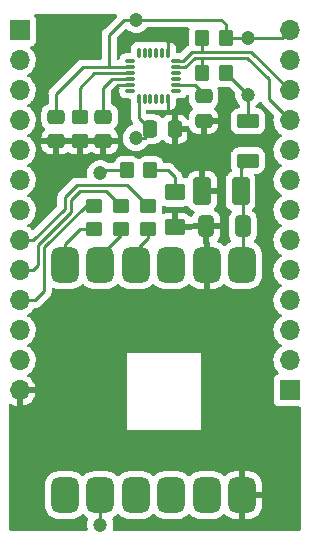
<source format=gbr>
%TF.GenerationSoftware,KiCad,Pcbnew,(6.0.4)*%
%TF.CreationDate,2022-07-17T15:29:07+02:00*%
%TF.ProjectId,MPU6050_esp32Lolin,4d505536-3035-4305-9f65-737033324c6f,rev?*%
%TF.SameCoordinates,PX6f94740PY4378f30*%
%TF.FileFunction,Copper,L1,Top*%
%TF.FilePolarity,Positive*%
%FSLAX46Y46*%
G04 Gerber Fmt 4.6, Leading zero omitted, Abs format (unit mm)*
G04 Created by KiCad (PCBNEW (6.0.4)) date 2022-07-17 15:29:07*
%MOMM*%
%LPD*%
G01*
G04 APERTURE LIST*
G04 Aperture macros list*
%AMRoundRect*
0 Rectangle with rounded corners*
0 $1 Rounding radius*
0 $2 $3 $4 $5 $6 $7 $8 $9 X,Y pos of 4 corners*
0 Add a 4 corners polygon primitive as box body*
4,1,4,$2,$3,$4,$5,$6,$7,$8,$9,$2,$3,0*
0 Add four circle primitives for the rounded corners*
1,1,$1+$1,$2,$3*
1,1,$1+$1,$4,$5*
1,1,$1+$1,$6,$7*
1,1,$1+$1,$8,$9*
0 Add four rect primitives between the rounded corners*
20,1,$1+$1,$2,$3,$4,$5,0*
20,1,$1+$1,$4,$5,$6,$7,0*
20,1,$1+$1,$6,$7,$8,$9,0*
20,1,$1+$1,$8,$9,$2,$3,0*%
G04 Aperture macros list end*
%TA.AperFunction,SMDPad,CuDef*%
%ADD10RoundRect,0.250000X-0.350000X-0.450000X0.350000X-0.450000X0.350000X0.450000X-0.350000X0.450000X0*%
%TD*%
%TA.AperFunction,SMDPad,CuDef*%
%ADD11RoundRect,0.250001X0.624999X-0.462499X0.624999X0.462499X-0.624999X0.462499X-0.624999X-0.462499X0*%
%TD*%
%TA.AperFunction,SMDPad,CuDef*%
%ADD12RoundRect,0.575000X-0.575000X0.925000X-0.575000X-0.925000X0.575000X-0.925000X0.575000X0.925000X0*%
%TD*%
%TA.AperFunction,SMDPad,CuDef*%
%ADD13RoundRect,0.250000X-0.450000X0.350000X-0.450000X-0.350000X0.450000X-0.350000X0.450000X0.350000X0*%
%TD*%
%TA.AperFunction,ComponentPad*%
%ADD14R,1.700000X1.700000*%
%TD*%
%TA.AperFunction,ComponentPad*%
%ADD15O,1.700000X1.700000*%
%TD*%
%TA.AperFunction,SMDPad,CuDef*%
%ADD16RoundRect,0.250000X-0.700000X0.362500X-0.700000X-0.362500X0.700000X-0.362500X0.700000X0.362500X0*%
%TD*%
%TA.AperFunction,SMDPad,CuDef*%
%ADD17RoundRect,0.250000X0.412500X0.650000X-0.412500X0.650000X-0.412500X-0.650000X0.412500X-0.650000X0*%
%TD*%
%TA.AperFunction,SMDPad,CuDef*%
%ADD18RoundRect,0.250001X0.499999X0.924999X-0.499999X0.924999X-0.499999X-0.924999X0.499999X-0.924999X0*%
%TD*%
%TA.AperFunction,SMDPad,CuDef*%
%ADD19RoundRect,0.075000X-0.075000X0.350000X-0.075000X-0.350000X0.075000X-0.350000X0.075000X0.350000X0*%
%TD*%
%TA.AperFunction,SMDPad,CuDef*%
%ADD20RoundRect,0.075000X-0.350000X-0.075000X0.350000X-0.075000X0.350000X0.075000X-0.350000X0.075000X0*%
%TD*%
%TA.AperFunction,SMDPad,CuDef*%
%ADD21RoundRect,0.250000X-0.475000X0.337500X-0.475000X-0.337500X0.475000X-0.337500X0.475000X0.337500X0*%
%TD*%
%TA.AperFunction,SMDPad,CuDef*%
%ADD22RoundRect,0.250000X0.350000X0.450000X-0.350000X0.450000X-0.350000X-0.450000X0.350000X-0.450000X0*%
%TD*%
%TA.AperFunction,SMDPad,CuDef*%
%ADD23RoundRect,0.250000X-0.337500X-0.475000X0.337500X-0.475000X0.337500X0.475000X-0.337500X0.475000X0*%
%TD*%
%TA.AperFunction,ViaPad*%
%ADD24C,1.200000*%
%TD*%
%TA.AperFunction,Conductor*%
%ADD25C,0.250000*%
%TD*%
G04 APERTURE END LIST*
D10*
X10500000Y-13750000D03*
X12500000Y-13750000D03*
D11*
X14578253Y-18570797D03*
X14578253Y-15595797D03*
D12*
X20250000Y-21750000D03*
X17250000Y-21750000D03*
X14250000Y-21750000D03*
X11250000Y-21750000D03*
X8250000Y-21750000D03*
X5250000Y-21750000D03*
X5250000Y-41250000D03*
X8250000Y-41250000D03*
X11250000Y-41250000D03*
X14250000Y-41250000D03*
X17250000Y-41250000D03*
X20250000Y-41250000D03*
D13*
X12250000Y-16750000D03*
X12250000Y-18750000D03*
D14*
X1421631Y-1886942D03*
D15*
X1421631Y-4426942D03*
X1421631Y-6966942D03*
X1421631Y-9506942D03*
X1421631Y-12046942D03*
X1421631Y-14586942D03*
X1421631Y-17126942D03*
X1421631Y-19666942D03*
X1421631Y-22206942D03*
X1421631Y-24746942D03*
X1421631Y-27286942D03*
X1421631Y-29826942D03*
X1421631Y-32366942D03*
D13*
X6500000Y-9250000D03*
X6500000Y-11250000D03*
D16*
X20750000Y-9587500D03*
X20750000Y-12912500D03*
D17*
X20312500Y-18500000D03*
X17187500Y-18500000D03*
D13*
X7750000Y-16750000D03*
X7750000Y-18750000D03*
D18*
X20125000Y-15500000D03*
X16875000Y-15500000D03*
D19*
X14000000Y-3800000D03*
X13500000Y-3800000D03*
X13000000Y-3800000D03*
X12500000Y-3800000D03*
X12000000Y-3800000D03*
X11500000Y-3800000D03*
D20*
X10800000Y-4500000D03*
X10800000Y-5000000D03*
X10800000Y-5500000D03*
X10800000Y-6000000D03*
X10800000Y-6500000D03*
X10800000Y-7000000D03*
D19*
X11500000Y-7700000D03*
X12000000Y-7700000D03*
X12500000Y-7700000D03*
X13000000Y-7700000D03*
X13500000Y-7700000D03*
X14000000Y-7700000D03*
D20*
X14700000Y-7000000D03*
X14700000Y-6500000D03*
X14700000Y-6000000D03*
X14700000Y-5500000D03*
X14700000Y-5000000D03*
X14700000Y-4500000D03*
D21*
X8500000Y-9212500D03*
X8500000Y-11287500D03*
X4500000Y-9212500D03*
X4500000Y-11287500D03*
X17000000Y-7462500D03*
X17000000Y-9537500D03*
D22*
X18868600Y-5470263D03*
X16868600Y-5470263D03*
D23*
X12462500Y-10250000D03*
X14537500Y-10250000D03*
D14*
X24275370Y-32373691D03*
D15*
X24275370Y-29833691D03*
X24275370Y-27293691D03*
X24275370Y-24753691D03*
X24275370Y-22213691D03*
X24275370Y-19673691D03*
X24275370Y-17133691D03*
X24275370Y-14593691D03*
X24275370Y-12053691D03*
X24275370Y-9513691D03*
X24275370Y-6973691D03*
X24275370Y-4433691D03*
X24275370Y-1893691D03*
D22*
X18868600Y-2500000D03*
X16868600Y-2500000D03*
D13*
X10000000Y-16750000D03*
X10000000Y-18750000D03*
D24*
X20750000Y-7351663D03*
X11250000Y-11000000D03*
X20750000Y-2500000D03*
X11250000Y-1000000D03*
X7750000Y-2750000D03*
X10250000Y-2750000D03*
X8250000Y-43750000D03*
X8250000Y-14000000D03*
D25*
X10750000Y-1000000D02*
X10250000Y-1000000D01*
X18868600Y-1368600D02*
X18500000Y-1000000D01*
X18868600Y-5470263D02*
X20750000Y-7351663D01*
X9000000Y-5000000D02*
X10800000Y-5000000D01*
X9000000Y-2250000D02*
X9000000Y-5000000D01*
X12462500Y-10537500D02*
X12000000Y-11000000D01*
X4500000Y-7250000D02*
X6750000Y-5000000D01*
X11000000Y-1000000D02*
X10750000Y-1000000D01*
X10250000Y-1000000D02*
X9000000Y-2250000D01*
X6750000Y-5000000D02*
X9000000Y-5000000D01*
X20750000Y-7351663D02*
X20750000Y-9587500D01*
X12000000Y-11000000D02*
X11250000Y-11000000D01*
X23669061Y-2500000D02*
X20750000Y-2500000D01*
X24275370Y-1893691D02*
X23669061Y-2500000D01*
X12462500Y-10250000D02*
X11500000Y-9287500D01*
X4500000Y-9212500D02*
X4500000Y-7250000D01*
X20750000Y-2500000D02*
X18868600Y-2500000D01*
X18500000Y-1000000D02*
X11000000Y-1000000D01*
X18868600Y-2500000D02*
X18868600Y-1368600D01*
X11500000Y-9287500D02*
X11500000Y-7700000D01*
X12462500Y-10250000D02*
X12462500Y-10537500D01*
X9750000Y-6500000D02*
X9500000Y-6750000D01*
X10800000Y-6500000D02*
X9750000Y-6500000D01*
X9500000Y-6750000D02*
X9500000Y-7000000D01*
X14000000Y-3800000D02*
X14000000Y-2500000D01*
X14000000Y-7700000D02*
X14000000Y-8750000D01*
X20250000Y-21750000D02*
X20312500Y-21687500D01*
X20312500Y-15687500D02*
X20125000Y-15500000D01*
X20125000Y-13537500D02*
X20750000Y-12912500D01*
X20125000Y-15500000D02*
X20125000Y-13537500D01*
X20312500Y-21687500D02*
X20312500Y-18500000D01*
X20312500Y-18500000D02*
X20312500Y-15687500D01*
X9250000Y-6000000D02*
X10800000Y-6000000D01*
X8500000Y-6750000D02*
X9250000Y-6000000D01*
X8500000Y-9212500D02*
X8500000Y-6750000D01*
X22500000Y-6000000D02*
X20699520Y-4199520D01*
X16853659Y-4199520D02*
X16250000Y-4199520D01*
X22500000Y-7738321D02*
X22500000Y-6000000D01*
X16250000Y-4199520D02*
X15449520Y-5000000D01*
X20699520Y-4199520D02*
X16853659Y-4199520D01*
X16868600Y-5470263D02*
X16868600Y-4214461D01*
X15449520Y-5000000D02*
X14700000Y-5000000D01*
X16868600Y-4214461D02*
X16853659Y-4199520D01*
X24275370Y-9513691D02*
X22500000Y-7738321D01*
X17000000Y-7462500D02*
X16750000Y-7212500D01*
X16750000Y-7212500D02*
X16750000Y-7000000D01*
X16750000Y-7000000D02*
X16250000Y-6500000D01*
X16250000Y-6500000D02*
X14700000Y-6500000D01*
X16860577Y-3750000D02*
X16000000Y-3750000D01*
X15250000Y-4500000D02*
X14700000Y-4500000D01*
X24275370Y-6973691D02*
X21051679Y-3750000D01*
X16868600Y-3741977D02*
X16860577Y-3750000D01*
X16868600Y-2500000D02*
X16868600Y-3741977D01*
X21051679Y-3750000D02*
X16860577Y-3750000D01*
X16000000Y-3750000D02*
X15250000Y-4500000D01*
X14578253Y-14328253D02*
X14578253Y-15595797D01*
X12500000Y-13750000D02*
X14000000Y-13750000D01*
X14000000Y-13750000D02*
X14578253Y-14328253D01*
X5250000Y-16000000D02*
X5250000Y-17000000D01*
X5250000Y-17000000D02*
X2583058Y-19666942D01*
X6250000Y-15000000D02*
X5250000Y-16000000D01*
X10500000Y-15000000D02*
X6250000Y-15000000D01*
X12250000Y-16750000D02*
X10500000Y-15000000D01*
X2583058Y-19666942D02*
X1421631Y-19666942D01*
X11500000Y-20250000D02*
X12250000Y-19500000D01*
X11250000Y-21750000D02*
X11500000Y-21500000D01*
X11500000Y-21500000D02*
X11500000Y-20250000D01*
X12250000Y-19500000D02*
X12250000Y-18750000D01*
X2961087Y-20038913D02*
X2961087Y-21797048D01*
X5750000Y-16250000D02*
X5750000Y-17250000D01*
X5750000Y-17250000D02*
X2961087Y-20038913D01*
X10000000Y-16750000D02*
X8750000Y-15500000D01*
X6500000Y-15500000D02*
X5750000Y-16250000D01*
X2551193Y-22206942D02*
X1421631Y-22206942D01*
X8750000Y-15500000D02*
X6500000Y-15500000D01*
X2961087Y-21797048D02*
X2551193Y-22206942D01*
X8250000Y-21000000D02*
X10000000Y-19250000D01*
X8250000Y-21750000D02*
X8250000Y-21000000D01*
X10000000Y-19250000D02*
X10000000Y-18750000D01*
X3500000Y-24000000D02*
X2753058Y-24746942D01*
X7000000Y-16750000D02*
X3500000Y-20250000D01*
X2753058Y-24746942D02*
X1421631Y-24746942D01*
X7750000Y-16750000D02*
X7000000Y-16750000D01*
X3500000Y-20250000D02*
X3500000Y-24000000D01*
X6500000Y-18750000D02*
X7750000Y-18750000D01*
X5250000Y-20000000D02*
X6500000Y-18750000D01*
X5250000Y-21750000D02*
X5250000Y-20000000D01*
X8250000Y-14000000D02*
X8500000Y-13750000D01*
X8500000Y-13750000D02*
X10500000Y-13750000D01*
X8250000Y-41250000D02*
X8250000Y-43750000D01*
X6500000Y-9250000D02*
X6500000Y-6750000D01*
X6500000Y-6750000D02*
X7750000Y-5500000D01*
X7750000Y-5500000D02*
X10800000Y-5500000D01*
%TA.AperFunction,Conductor*%
G36*
X9609527Y-528502D02*
G01*
X9656020Y-582158D01*
X9666124Y-652432D01*
X9636630Y-717012D01*
X9630503Y-723593D01*
X9114358Y-1239737D01*
X8607747Y-1746348D01*
X8599461Y-1753888D01*
X8592982Y-1758000D01*
X8587557Y-1763777D01*
X8546357Y-1807651D01*
X8543602Y-1810493D01*
X8523865Y-1830230D01*
X8521385Y-1833427D01*
X8513682Y-1842447D01*
X8483414Y-1874679D01*
X8479595Y-1881625D01*
X8479593Y-1881628D01*
X8473652Y-1892434D01*
X8462801Y-1908953D01*
X8450386Y-1924959D01*
X8447241Y-1932228D01*
X8447238Y-1932232D01*
X8432826Y-1965537D01*
X8427609Y-1976187D01*
X8406305Y-2014940D01*
X8404334Y-2022615D01*
X8404334Y-2022616D01*
X8401267Y-2034562D01*
X8394863Y-2053266D01*
X8391933Y-2060038D01*
X8386819Y-2071855D01*
X8385580Y-2079678D01*
X8385577Y-2079688D01*
X8379901Y-2115524D01*
X8377495Y-2127144D01*
X8366500Y-2169970D01*
X8366500Y-2190224D01*
X8364949Y-2209934D01*
X8361780Y-2229943D01*
X8362526Y-2237835D01*
X8365941Y-2273961D01*
X8366500Y-2285819D01*
X8366500Y-4240500D01*
X8346498Y-4308621D01*
X8292842Y-4355114D01*
X8240500Y-4366500D01*
X6828768Y-4366500D01*
X6817585Y-4365973D01*
X6810092Y-4364298D01*
X6802166Y-4364547D01*
X6802165Y-4364547D01*
X6742002Y-4366438D01*
X6738044Y-4366500D01*
X6710144Y-4366500D01*
X6706154Y-4367004D01*
X6694320Y-4367936D01*
X6650111Y-4369326D01*
X6642495Y-4371539D01*
X6642493Y-4371539D01*
X6630652Y-4374979D01*
X6611293Y-4378988D01*
X6609983Y-4379154D01*
X6591203Y-4381526D01*
X6583837Y-4384442D01*
X6583831Y-4384444D01*
X6550098Y-4397800D01*
X6538868Y-4401645D01*
X6504017Y-4411770D01*
X6496407Y-4413981D01*
X6489584Y-4418016D01*
X6478966Y-4424295D01*
X6461213Y-4432992D01*
X6453568Y-4436019D01*
X6442383Y-4440448D01*
X6435968Y-4445109D01*
X6406612Y-4466437D01*
X6396695Y-4472951D01*
X6358638Y-4495458D01*
X6344317Y-4509779D01*
X6329284Y-4522619D01*
X6312893Y-4534528D01*
X6307842Y-4540634D01*
X6284702Y-4568605D01*
X6276712Y-4577384D01*
X4107747Y-6746348D01*
X4099461Y-6753888D01*
X4092982Y-6758000D01*
X4087557Y-6763777D01*
X4046357Y-6807651D01*
X4043602Y-6810493D01*
X4023865Y-6830230D01*
X4021385Y-6833427D01*
X4013682Y-6842447D01*
X3983414Y-6874679D01*
X3979595Y-6881625D01*
X3979593Y-6881628D01*
X3973652Y-6892434D01*
X3962801Y-6908953D01*
X3950386Y-6924959D01*
X3947241Y-6932228D01*
X3947238Y-6932232D01*
X3932826Y-6965537D01*
X3927609Y-6976187D01*
X3906305Y-7014940D01*
X3902392Y-7030182D01*
X3901267Y-7034562D01*
X3894863Y-7053266D01*
X3886819Y-7071855D01*
X3885580Y-7079678D01*
X3885577Y-7079688D01*
X3879901Y-7115524D01*
X3877495Y-7127144D01*
X3871938Y-7148789D01*
X3866500Y-7169970D01*
X3866500Y-7190224D01*
X3864949Y-7209934D01*
X3861780Y-7229943D01*
X3862526Y-7237835D01*
X3865941Y-7273961D01*
X3866500Y-7285819D01*
X3866500Y-8037462D01*
X3846498Y-8105583D01*
X3792842Y-8152076D01*
X3780376Y-8156986D01*
X3725099Y-8175428D01*
X3701054Y-8183450D01*
X3550652Y-8276522D01*
X3425695Y-8401697D01*
X3421855Y-8407927D01*
X3421854Y-8407928D01*
X3337816Y-8544263D01*
X3332885Y-8552262D01*
X3277203Y-8720139D01*
X3276503Y-8726975D01*
X3276502Y-8726978D01*
X3273331Y-8757928D01*
X3266500Y-8824600D01*
X3266500Y-9600400D01*
X3266837Y-9603646D01*
X3266837Y-9603650D01*
X3273933Y-9672035D01*
X3277474Y-9706166D01*
X3333450Y-9873946D01*
X3426522Y-10024348D01*
X3551697Y-10149305D01*
X3556235Y-10152102D01*
X3596824Y-10209353D01*
X3600054Y-10280276D01*
X3564428Y-10341687D01*
X3555932Y-10349062D01*
X3545793Y-10357098D01*
X3431261Y-10471829D01*
X3422249Y-10483240D01*
X3337184Y-10621243D01*
X3331037Y-10634424D01*
X3279862Y-10788710D01*
X3276995Y-10802086D01*
X3267328Y-10896438D01*
X3267000Y-10902855D01*
X3267000Y-11015385D01*
X3271475Y-11030624D01*
X3272865Y-11031829D01*
X3280548Y-11033500D01*
X5233885Y-11033500D01*
X5262407Y-11025125D01*
X5299784Y-11001104D01*
X5335283Y-10996000D01*
X7665521Y-10996000D01*
X7733642Y-11016002D01*
X7748034Y-11026776D01*
X7753865Y-11031829D01*
X7761548Y-11033500D01*
X9714884Y-11033500D01*
X9730123Y-11029025D01*
X9731328Y-11027635D01*
X9732999Y-11019952D01*
X9732999Y-10902905D01*
X9732662Y-10896386D01*
X9722743Y-10800794D01*
X9719851Y-10787400D01*
X9668412Y-10633216D01*
X9662239Y-10620038D01*
X9576937Y-10482193D01*
X9567901Y-10470792D01*
X9453172Y-10356262D01*
X9444238Y-10349206D01*
X9403177Y-10291288D01*
X9399947Y-10220365D01*
X9435574Y-10158954D01*
X9443407Y-10152154D01*
X9449348Y-10148478D01*
X9574305Y-10023303D01*
X9578146Y-10017072D01*
X9663275Y-9878968D01*
X9663276Y-9878966D01*
X9667115Y-9872738D01*
X9722797Y-9704861D01*
X9733500Y-9600400D01*
X9733500Y-8824600D01*
X9733163Y-8821350D01*
X9723238Y-8725692D01*
X9723237Y-8725688D01*
X9722526Y-8718834D01*
X9706701Y-8671399D01*
X9668868Y-8558002D01*
X9666550Y-8551054D01*
X9573478Y-8400652D01*
X9448303Y-8275695D01*
X9419008Y-8257637D01*
X9303968Y-8186725D01*
X9303966Y-8186724D01*
X9297738Y-8182885D01*
X9233544Y-8161593D01*
X9219833Y-8157045D01*
X9161473Y-8116614D01*
X9134236Y-8051050D01*
X9133500Y-8037452D01*
X9133500Y-7064594D01*
X9153502Y-6996473D01*
X9170405Y-6975499D01*
X9475499Y-6670405D01*
X9537811Y-6636379D01*
X9564594Y-6633500D01*
X9756166Y-6633500D01*
X9824287Y-6653502D01*
X9870780Y-6707158D01*
X9881088Y-6775946D01*
X9877783Y-6801054D01*
X9866500Y-6886756D01*
X9866500Y-7113244D01*
X9881519Y-7227324D01*
X9884678Y-7234951D01*
X9884679Y-7234954D01*
X9903286Y-7279875D01*
X9940314Y-7369268D01*
X10033843Y-7491157D01*
X10040393Y-7496183D01*
X10040394Y-7496184D01*
X10040771Y-7496473D01*
X10155733Y-7584686D01*
X10297676Y-7643481D01*
X10368847Y-7652851D01*
X10407669Y-7657962D01*
X10407670Y-7657962D01*
X10411756Y-7658500D01*
X10715500Y-7658500D01*
X10783621Y-7678502D01*
X10830114Y-7732158D01*
X10841500Y-7784500D01*
X10841500Y-8088244D01*
X10847578Y-8134411D01*
X10855424Y-8194005D01*
X10856519Y-8202324D01*
X10859678Y-8209949D01*
X10861817Y-8217934D01*
X10859930Y-8218440D01*
X10866500Y-8251485D01*
X10866500Y-9208733D01*
X10865973Y-9219916D01*
X10864298Y-9227409D01*
X10864547Y-9235335D01*
X10864547Y-9235336D01*
X10866438Y-9295486D01*
X10866500Y-9299445D01*
X10866500Y-9327356D01*
X10866997Y-9331290D01*
X10866997Y-9331291D01*
X10867005Y-9331356D01*
X10867938Y-9343193D01*
X10869327Y-9387389D01*
X10872751Y-9399173D01*
X10874978Y-9406839D01*
X10878987Y-9426200D01*
X10881526Y-9446297D01*
X10884445Y-9453668D01*
X10884445Y-9453670D01*
X10897804Y-9487412D01*
X10901649Y-9498642D01*
X10913982Y-9541093D01*
X10918015Y-9547912D01*
X10918017Y-9547917D01*
X10924293Y-9558528D01*
X10932988Y-9576276D01*
X10940448Y-9595117D01*
X10945110Y-9601533D01*
X10945110Y-9601534D01*
X10966436Y-9630887D01*
X10972952Y-9640807D01*
X10995458Y-9678862D01*
X11009779Y-9693183D01*
X11022620Y-9708217D01*
X11034528Y-9724607D01*
X11032666Y-9725960D01*
X11059467Y-9778933D01*
X11052180Y-9849554D01*
X11007869Y-9905025D01*
X10968175Y-9923542D01*
X10967565Y-9923705D01*
X10961870Y-9924684D01*
X10770734Y-9995198D01*
X10765773Y-9998150D01*
X10765772Y-9998150D01*
X10756528Y-10003650D01*
X10595649Y-10099363D01*
X10442478Y-10233690D01*
X10438911Y-10238215D01*
X10438906Y-10238220D01*
X10391940Y-10297797D01*
X10316351Y-10393681D01*
X10313662Y-10398792D01*
X10313660Y-10398795D01*
X10269232Y-10483240D01*
X10221492Y-10573978D01*
X10161078Y-10768543D01*
X10137132Y-10970859D01*
X10150457Y-11174151D01*
X10200605Y-11371610D01*
X10285898Y-11556624D01*
X10403479Y-11722997D01*
X10407613Y-11727024D01*
X10540146Y-11856132D01*
X10549410Y-11865157D01*
X10554206Y-11868362D01*
X10554209Y-11868364D01*
X10692264Y-11960609D01*
X10718803Y-11978342D01*
X10724106Y-11980620D01*
X10724109Y-11980622D01*
X10828663Y-12025542D01*
X10905987Y-12058763D01*
X10957765Y-12070479D01*
X11099055Y-12102450D01*
X11099060Y-12102451D01*
X11104692Y-12103725D01*
X11110463Y-12103952D01*
X11110465Y-12103952D01*
X11173470Y-12106427D01*
X11308263Y-12111723D01*
X11509883Y-12082490D01*
X11515347Y-12080635D01*
X11515352Y-12080634D01*
X11697327Y-12018862D01*
X11697332Y-12018860D01*
X11702799Y-12017004D01*
X11880551Y-11917458D01*
X12037186Y-11787186D01*
X12164182Y-11634490D01*
X12225905Y-11594062D01*
X12245979Y-11588230D01*
X12253593Y-11586018D01*
X12260412Y-11581985D01*
X12260417Y-11581983D01*
X12271028Y-11575707D01*
X12288776Y-11567012D01*
X12307617Y-11559552D01*
X12318867Y-11551379D01*
X12343387Y-11533564D01*
X12353307Y-11527048D01*
X12391362Y-11504542D01*
X12392336Y-11506188D01*
X12448871Y-11483993D01*
X12460008Y-11483500D01*
X12850400Y-11483500D01*
X12853646Y-11483163D01*
X12853650Y-11483163D01*
X12949308Y-11473238D01*
X12949312Y-11473237D01*
X12956166Y-11472526D01*
X12962702Y-11470345D01*
X12962704Y-11470345D01*
X13116998Y-11418868D01*
X13123946Y-11416550D01*
X13274348Y-11323478D01*
X13399305Y-11198303D01*
X13402102Y-11193765D01*
X13459353Y-11153176D01*
X13530276Y-11149946D01*
X13591687Y-11185572D01*
X13599062Y-11194068D01*
X13607098Y-11204207D01*
X13721829Y-11318739D01*
X13733240Y-11327751D01*
X13871243Y-11412816D01*
X13884424Y-11418963D01*
X14038710Y-11470138D01*
X14052086Y-11473005D01*
X14146438Y-11482672D01*
X14152854Y-11483000D01*
X14265385Y-11483000D01*
X14280624Y-11478525D01*
X14281829Y-11477135D01*
X14283500Y-11469452D01*
X14283500Y-11464884D01*
X14791500Y-11464884D01*
X14795975Y-11480123D01*
X14797365Y-11481328D01*
X14805048Y-11482999D01*
X14922095Y-11482999D01*
X14928614Y-11482662D01*
X15024206Y-11472743D01*
X15037600Y-11469851D01*
X15191784Y-11418412D01*
X15204962Y-11412239D01*
X15342807Y-11326937D01*
X15354208Y-11317901D01*
X15468739Y-11203171D01*
X15477751Y-11191760D01*
X15562816Y-11053757D01*
X15568963Y-11040576D01*
X15620138Y-10886290D01*
X15623005Y-10872914D01*
X15632672Y-10778562D01*
X15633000Y-10772146D01*
X15633000Y-10522115D01*
X15628525Y-10506876D01*
X15627135Y-10505671D01*
X15619452Y-10504000D01*
X14809615Y-10504000D01*
X14794376Y-10508475D01*
X14793171Y-10509865D01*
X14791500Y-10517548D01*
X14791500Y-11464884D01*
X14283500Y-11464884D01*
X14283500Y-9035116D01*
X14279025Y-9019877D01*
X14277635Y-9018672D01*
X14269952Y-9017001D01*
X14152905Y-9017001D01*
X14146386Y-9017338D01*
X14050794Y-9027257D01*
X14037400Y-9030149D01*
X13883216Y-9081588D01*
X13870038Y-9087761D01*
X13732193Y-9173063D01*
X13720792Y-9182099D01*
X13606262Y-9296828D01*
X13599206Y-9305762D01*
X13541288Y-9346823D01*
X13470365Y-9350053D01*
X13408954Y-9314426D01*
X13402154Y-9306593D01*
X13398478Y-9300652D01*
X13387271Y-9289464D01*
X13278483Y-9180866D01*
X13273303Y-9175695D01*
X13267072Y-9171854D01*
X13128968Y-9086725D01*
X13128966Y-9086724D01*
X13122738Y-9082885D01*
X12989554Y-9038710D01*
X12961389Y-9029368D01*
X12961387Y-9029368D01*
X12954861Y-9027203D01*
X12948025Y-9026503D01*
X12948022Y-9026502D01*
X12904969Y-9022091D01*
X12850400Y-9016500D01*
X12259500Y-9016500D01*
X12191379Y-8996498D01*
X12144886Y-8942842D01*
X12133500Y-8890500D01*
X12133500Y-8743834D01*
X12153502Y-8675713D01*
X12207158Y-8629220D01*
X12275946Y-8618912D01*
X12382669Y-8632962D01*
X12382670Y-8632962D01*
X12386756Y-8633500D01*
X12613244Y-8633500D01*
X12617330Y-8632962D01*
X12617331Y-8632962D01*
X12727324Y-8618481D01*
X12727527Y-8620026D01*
X12772473Y-8620026D01*
X12772676Y-8618481D01*
X12882669Y-8632962D01*
X12882670Y-8632962D01*
X12886756Y-8633500D01*
X13113244Y-8633500D01*
X13117330Y-8632962D01*
X13117331Y-8632962D01*
X13227324Y-8618481D01*
X13227527Y-8620026D01*
X13272473Y-8620026D01*
X13272676Y-8618481D01*
X13382669Y-8632962D01*
X13382670Y-8632962D01*
X13386756Y-8633500D01*
X13613244Y-8633500D01*
X13617330Y-8632962D01*
X13617331Y-8632962D01*
X13727324Y-8618481D01*
X13727493Y-8619766D01*
X13772573Y-8619765D01*
X13772806Y-8617994D01*
X13832040Y-8625792D01*
X13846222Y-8623581D01*
X13851783Y-8604216D01*
X13889811Y-8544263D01*
X13896184Y-8539033D01*
X13947296Y-8499813D01*
X14013516Y-8474212D01*
X14083065Y-8488476D01*
X14133861Y-8538077D01*
X14150000Y-8599775D01*
X14150000Y-8610042D01*
X14154044Y-8623813D01*
X14167583Y-8625842D01*
X14219005Y-8619072D01*
X14234825Y-8614833D01*
X14361386Y-8562410D01*
X14375569Y-8554221D01*
X14484248Y-8470829D01*
X14495828Y-8459250D01*
X14579223Y-8350566D01*
X14587410Y-8336385D01*
X14639833Y-8209825D01*
X14644072Y-8194005D01*
X14657462Y-8092300D01*
X14658000Y-8084092D01*
X14658000Y-7868114D01*
X14643872Y-7819997D01*
X14643872Y-7749001D01*
X14682256Y-7689275D01*
X14746837Y-7659782D01*
X14764768Y-7658500D01*
X15088244Y-7658500D01*
X15092330Y-7657962D01*
X15092331Y-7657962D01*
X15131153Y-7652851D01*
X15202324Y-7643481D01*
X15209951Y-7640322D01*
X15209954Y-7640321D01*
X15279422Y-7611546D01*
X15344268Y-7584686D01*
X15466157Y-7491157D01*
X15471184Y-7484606D01*
X15540537Y-7394223D01*
X15597875Y-7352356D01*
X15668746Y-7348134D01*
X15730649Y-7382898D01*
X15763930Y-7445611D01*
X15766500Y-7470927D01*
X15766500Y-7850400D01*
X15766837Y-7853646D01*
X15766837Y-7853650D01*
X15773689Y-7919684D01*
X15777474Y-7956166D01*
X15779655Y-7962702D01*
X15779655Y-7962704D01*
X15804965Y-8038567D01*
X15833450Y-8123946D01*
X15926522Y-8274348D01*
X15931704Y-8279521D01*
X15978022Y-8325758D01*
X16051697Y-8399305D01*
X16056235Y-8402102D01*
X16096824Y-8459353D01*
X16100054Y-8530276D01*
X16064428Y-8591687D01*
X16055932Y-8599062D01*
X16045793Y-8607098D01*
X15931261Y-8721829D01*
X15922249Y-8733240D01*
X15837184Y-8871243D01*
X15831037Y-8884424D01*
X15779862Y-9038710D01*
X15776995Y-9052086D01*
X15767328Y-9146438D01*
X15767000Y-9152855D01*
X15767000Y-9332870D01*
X15746998Y-9400991D01*
X15693342Y-9447484D01*
X15623068Y-9457588D01*
X15558488Y-9428094D01*
X15533856Y-9399173D01*
X15476937Y-9307193D01*
X15467901Y-9295792D01*
X15353171Y-9181261D01*
X15341760Y-9172249D01*
X15203757Y-9087184D01*
X15190576Y-9081037D01*
X15036290Y-9029862D01*
X15022914Y-9026995D01*
X14928562Y-9017328D01*
X14922145Y-9017000D01*
X14809615Y-9017000D01*
X14794376Y-9021475D01*
X14793171Y-9022865D01*
X14791500Y-9030548D01*
X14791500Y-9977885D01*
X14795975Y-9993124D01*
X14797365Y-9994329D01*
X14805048Y-9996000D01*
X15614885Y-9996000D01*
X15636192Y-9989744D01*
X15707188Y-9989744D01*
X15766914Y-10028128D01*
X15791213Y-10070764D01*
X15831588Y-10191784D01*
X15837761Y-10204962D01*
X15923063Y-10342807D01*
X15932099Y-10354208D01*
X16046829Y-10468739D01*
X16058240Y-10477751D01*
X16196243Y-10562816D01*
X16209424Y-10568963D01*
X16363710Y-10620138D01*
X16377086Y-10623005D01*
X16471438Y-10632672D01*
X16477854Y-10633000D01*
X16727885Y-10633000D01*
X16743124Y-10628525D01*
X16744329Y-10627135D01*
X16746000Y-10619452D01*
X16746000Y-10614884D01*
X17254000Y-10614884D01*
X17258475Y-10630123D01*
X17259865Y-10631328D01*
X17267548Y-10632999D01*
X17522095Y-10632999D01*
X17528614Y-10632662D01*
X17624206Y-10622743D01*
X17637600Y-10619851D01*
X17791784Y-10568412D01*
X17804962Y-10562239D01*
X17942807Y-10476937D01*
X17954208Y-10467901D01*
X18068739Y-10353171D01*
X18077751Y-10341760D01*
X18162816Y-10203757D01*
X18168963Y-10190576D01*
X18220138Y-10036290D01*
X18223005Y-10022914D01*
X18232672Y-9928562D01*
X18233000Y-9922146D01*
X18233000Y-9809615D01*
X18228525Y-9794376D01*
X18227135Y-9793171D01*
X18219452Y-9791500D01*
X17272115Y-9791500D01*
X17256876Y-9795975D01*
X17255671Y-9797365D01*
X17254000Y-9805048D01*
X17254000Y-10614884D01*
X16746000Y-10614884D01*
X16746000Y-9409500D01*
X16766002Y-9341379D01*
X16819658Y-9294886D01*
X16872000Y-9283500D01*
X18214884Y-9283500D01*
X18230123Y-9279025D01*
X18231328Y-9277635D01*
X18232999Y-9269952D01*
X18232999Y-9152905D01*
X18232662Y-9146386D01*
X18222743Y-9050794D01*
X18219851Y-9037400D01*
X18168412Y-8883216D01*
X18162239Y-8870038D01*
X18076937Y-8732193D01*
X18067901Y-8720792D01*
X17953172Y-8606262D01*
X17944238Y-8599206D01*
X17903177Y-8541288D01*
X17899947Y-8470365D01*
X17935574Y-8408954D01*
X17943407Y-8402154D01*
X17949348Y-8398478D01*
X17971992Y-8375795D01*
X18069134Y-8278483D01*
X18074305Y-8273303D01*
X18078395Y-8266668D01*
X18163275Y-8128968D01*
X18163276Y-8128966D01*
X18167115Y-8122738D01*
X18213062Y-7984212D01*
X18220632Y-7961389D01*
X18220632Y-7961387D01*
X18222797Y-7954861D01*
X18225458Y-7928895D01*
X18231685Y-7868114D01*
X18233500Y-7850400D01*
X18233500Y-7074600D01*
X18232462Y-7064594D01*
X18223238Y-6975692D01*
X18223237Y-6975688D01*
X18222526Y-6968834D01*
X18175349Y-6827426D01*
X18171754Y-6816652D01*
X18169170Y-6745703D01*
X18205353Y-6684619D01*
X18268818Y-6652794D01*
X18330944Y-6657183D01*
X18357208Y-6665894D01*
X18357210Y-6665894D01*
X18363739Y-6668060D01*
X18370575Y-6668760D01*
X18370578Y-6668761D01*
X18413631Y-6673172D01*
X18468200Y-6678763D01*
X19129006Y-6678763D01*
X19197127Y-6698765D01*
X19218101Y-6715668D01*
X19613795Y-7111362D01*
X19647821Y-7173674D01*
X19649827Y-7215265D01*
X19637132Y-7322522D01*
X19650457Y-7525814D01*
X19700605Y-7723273D01*
X19785898Y-7908287D01*
X19903479Y-8074660D01*
X19954072Y-8123946D01*
X20038440Y-8206133D01*
X20049410Y-8216820D01*
X20060500Y-8224230D01*
X20106028Y-8278705D01*
X20116500Y-8328996D01*
X20116500Y-8340971D01*
X20096498Y-8409092D01*
X20042842Y-8455585D01*
X19999567Y-8466177D01*
X19999600Y-8466500D01*
X19997255Y-8466743D01*
X19997253Y-8466744D01*
X19996354Y-8466837D01*
X19996350Y-8466837D01*
X19900692Y-8476762D01*
X19900688Y-8476763D01*
X19893834Y-8477474D01*
X19887298Y-8479655D01*
X19887296Y-8479655D01*
X19796363Y-8509993D01*
X19726054Y-8533450D01*
X19575652Y-8626522D01*
X19450695Y-8751697D01*
X19446855Y-8757927D01*
X19446854Y-8757928D01*
X19368881Y-8884424D01*
X19357885Y-8902262D01*
X19355581Y-8909209D01*
X19313820Y-9035116D01*
X19302203Y-9070139D01*
X19301503Y-9076975D01*
X19301502Y-9076978D01*
X19300397Y-9087761D01*
X19291500Y-9174600D01*
X19291500Y-10000400D01*
X19291837Y-10003646D01*
X19291837Y-10003650D01*
X19301462Y-10096409D01*
X19302474Y-10106166D01*
X19304655Y-10112702D01*
X19304655Y-10112704D01*
X19333272Y-10198478D01*
X19358450Y-10273946D01*
X19451522Y-10424348D01*
X19576697Y-10549305D01*
X19582927Y-10553145D01*
X19582928Y-10553146D01*
X19720090Y-10637694D01*
X19727262Y-10642115D01*
X19756531Y-10651823D01*
X19888611Y-10695632D01*
X19888613Y-10695632D01*
X19895139Y-10697797D01*
X19901975Y-10698497D01*
X19901978Y-10698498D01*
X19940630Y-10702458D01*
X19999600Y-10708500D01*
X21500400Y-10708500D01*
X21503646Y-10708163D01*
X21503650Y-10708163D01*
X21599308Y-10698238D01*
X21599312Y-10698237D01*
X21606166Y-10697526D01*
X21612702Y-10695345D01*
X21612704Y-10695345D01*
X21744806Y-10651272D01*
X21773946Y-10641550D01*
X21924348Y-10548478D01*
X22049305Y-10423303D01*
X22113735Y-10318779D01*
X22138275Y-10278968D01*
X22138276Y-10278966D01*
X22142115Y-10272738D01*
X22179855Y-10158954D01*
X22195632Y-10111389D01*
X22195632Y-10111387D01*
X22197797Y-10104861D01*
X22208500Y-10000400D01*
X22208500Y-9174600D01*
X22203010Y-9121685D01*
X22198238Y-9075692D01*
X22198237Y-9075688D01*
X22197526Y-9068834D01*
X22191939Y-9052086D01*
X22143868Y-8908002D01*
X22141550Y-8901054D01*
X22048478Y-8750652D01*
X22016605Y-8718834D01*
X21928483Y-8630866D01*
X21923303Y-8625695D01*
X21914106Y-8620026D01*
X21778968Y-8536725D01*
X21778966Y-8536724D01*
X21772738Y-8532885D01*
X21692995Y-8506436D01*
X21611389Y-8479368D01*
X21611387Y-8479368D01*
X21604861Y-8477203D01*
X21598025Y-8476503D01*
X21598022Y-8476502D01*
X21503594Y-8466827D01*
X21503589Y-8466827D01*
X21500400Y-8466500D01*
X21500463Y-8465886D01*
X21436066Y-8443354D01*
X21392368Y-8387398D01*
X21383500Y-8340965D01*
X21383500Y-8325758D01*
X21403502Y-8257637D01*
X21428931Y-8228884D01*
X21532748Y-8142540D01*
X21537186Y-8138849D01*
X21667458Y-7982214D01*
X21680924Y-7958169D01*
X21731658Y-7908510D01*
X21801190Y-7894162D01*
X21867440Y-7919684D01*
X21909376Y-7976972D01*
X21911732Y-7984212D01*
X21911770Y-7984299D01*
X21913982Y-7991914D01*
X21918015Y-7998733D01*
X21918017Y-7998738D01*
X21924293Y-8009349D01*
X21932988Y-8027097D01*
X21940448Y-8045938D01*
X21945110Y-8052354D01*
X21945110Y-8052355D01*
X21966436Y-8081708D01*
X21972952Y-8091628D01*
X21991351Y-8122738D01*
X21995458Y-8129683D01*
X22009779Y-8144004D01*
X22022619Y-8159037D01*
X22034528Y-8175428D01*
X22059734Y-8196280D01*
X22068605Y-8203619D01*
X22077384Y-8211609D01*
X22925148Y-9059373D01*
X22959174Y-9121685D01*
X22957470Y-9182139D01*
X22936359Y-9258261D01*
X22935811Y-9263391D01*
X22935810Y-9263395D01*
X22927476Y-9341379D01*
X22912621Y-9480386D01*
X22912918Y-9485539D01*
X22912918Y-9485542D01*
X22919355Y-9597183D01*
X22925480Y-9703406D01*
X22926617Y-9708452D01*
X22926618Y-9708458D01*
X22942501Y-9778933D01*
X22974592Y-9921330D01*
X23021272Y-10036290D01*
X23049646Y-10106166D01*
X23058636Y-10128307D01*
X23104872Y-10203757D01*
X23158511Y-10291288D01*
X23175357Y-10318779D01*
X23321620Y-10487629D01*
X23493496Y-10630323D01*
X23512709Y-10641550D01*
X23566815Y-10673167D01*
X23615539Y-10724805D01*
X23628610Y-10794588D01*
X23601879Y-10860360D01*
X23561425Y-10893718D01*
X23548977Y-10900198D01*
X23544844Y-10903301D01*
X23544841Y-10903303D01*
X23374470Y-11031221D01*
X23370335Y-11034326D01*
X23366763Y-11038064D01*
X23231362Y-11179753D01*
X23215999Y-11195829D01*
X23213085Y-11200101D01*
X23213084Y-11200102D01*
X23210776Y-11203486D01*
X23090113Y-11380371D01*
X23072199Y-11418963D01*
X23001785Y-11570659D01*
X22996058Y-11582996D01*
X22936359Y-11798261D01*
X22912621Y-12020386D01*
X22912918Y-12025539D01*
X22912918Y-12025542D01*
X22924530Y-12226934D01*
X22925480Y-12243406D01*
X22926617Y-12248452D01*
X22926618Y-12248458D01*
X22947241Y-12339965D01*
X22974592Y-12461330D01*
X23058636Y-12668307D01*
X23078483Y-12700695D01*
X23159516Y-12832928D01*
X23175357Y-12858779D01*
X23321620Y-13027629D01*
X23493496Y-13170323D01*
X23530289Y-13191823D01*
X23566815Y-13213167D01*
X23615539Y-13264805D01*
X23628610Y-13334588D01*
X23601879Y-13400360D01*
X23561425Y-13433718D01*
X23548977Y-13440198D01*
X23544844Y-13443301D01*
X23544841Y-13443303D01*
X23377612Y-13568862D01*
X23370335Y-13574326D01*
X23215999Y-13735829D01*
X23213085Y-13740101D01*
X23213084Y-13740102D01*
X23160628Y-13817000D01*
X23090113Y-13920371D01*
X23066032Y-13972249D01*
X23005945Y-14101697D01*
X22996058Y-14122996D01*
X22936359Y-14338261D01*
X22912621Y-14560386D01*
X22912918Y-14565539D01*
X22912918Y-14565542D01*
X22924962Y-14774422D01*
X22925480Y-14783406D01*
X22926617Y-14788452D01*
X22926618Y-14788458D01*
X22939265Y-14844576D01*
X22974592Y-15001330D01*
X23058636Y-15208307D01*
X23175357Y-15398779D01*
X23321620Y-15567629D01*
X23443360Y-15668699D01*
X23488128Y-15705866D01*
X23493496Y-15710323D01*
X23502419Y-15715537D01*
X23566815Y-15753167D01*
X23615539Y-15804805D01*
X23628610Y-15874588D01*
X23601879Y-15940360D01*
X23561425Y-15973718D01*
X23548977Y-15980198D01*
X23544844Y-15983301D01*
X23544841Y-15983303D01*
X23377832Y-16108697D01*
X23370335Y-16114326D01*
X23215999Y-16275829D01*
X23090113Y-16460371D01*
X23057050Y-16531600D01*
X22998562Y-16657602D01*
X22996058Y-16662996D01*
X22936359Y-16878261D01*
X22912621Y-17100386D01*
X22912918Y-17105539D01*
X22912918Y-17105542D01*
X22921904Y-17261384D01*
X22925480Y-17323406D01*
X22926617Y-17328452D01*
X22926618Y-17328458D01*
X22937254Y-17375652D01*
X22974592Y-17541330D01*
X23013766Y-17637804D01*
X23038739Y-17699305D01*
X23058636Y-17748307D01*
X23175357Y-17938779D01*
X23321620Y-18107629D01*
X23493496Y-18250323D01*
X23512998Y-18261719D01*
X23566815Y-18293167D01*
X23615539Y-18344805D01*
X23628610Y-18414588D01*
X23601879Y-18480360D01*
X23561425Y-18513718D01*
X23548977Y-18520198D01*
X23544844Y-18523301D01*
X23544841Y-18523303D01*
X23374470Y-18651221D01*
X23370335Y-18654326D01*
X23215999Y-18815829D01*
X23090113Y-19000371D01*
X22996058Y-19202996D01*
X22936359Y-19418261D01*
X22912621Y-19640386D01*
X22912918Y-19645539D01*
X22912918Y-19645542D01*
X22924564Y-19847526D01*
X22925480Y-19863406D01*
X22926617Y-19868452D01*
X22926618Y-19868458D01*
X22938182Y-19919770D01*
X22974592Y-20081330D01*
X23058636Y-20288307D01*
X23175357Y-20478779D01*
X23321620Y-20647629D01*
X23493496Y-20790323D01*
X23530289Y-20811823D01*
X23566815Y-20833167D01*
X23615539Y-20884805D01*
X23628610Y-20954588D01*
X23601879Y-21020360D01*
X23561425Y-21053718D01*
X23548977Y-21060198D01*
X23544844Y-21063301D01*
X23544841Y-21063303D01*
X23374470Y-21191221D01*
X23370335Y-21194326D01*
X23215999Y-21355829D01*
X23090113Y-21540371D01*
X22996058Y-21742996D01*
X22936359Y-21958261D01*
X22912621Y-22180386D01*
X22925480Y-22403406D01*
X22926617Y-22408452D01*
X22926618Y-22408458D01*
X22950674Y-22515199D01*
X22974592Y-22621330D01*
X23058636Y-22828307D01*
X23175357Y-23018779D01*
X23321620Y-23187629D01*
X23493496Y-23330323D01*
X23555267Y-23366419D01*
X23566815Y-23373167D01*
X23615539Y-23424805D01*
X23628610Y-23494588D01*
X23601879Y-23560360D01*
X23561425Y-23593718D01*
X23548977Y-23600198D01*
X23544844Y-23603301D01*
X23544841Y-23603303D01*
X23374470Y-23731221D01*
X23370335Y-23734326D01*
X23215999Y-23895829D01*
X23213085Y-23900101D01*
X23213084Y-23900102D01*
X23179837Y-23948840D01*
X23090113Y-24080371D01*
X23048364Y-24170312D01*
X23021874Y-24227381D01*
X22996058Y-24282996D01*
X22936359Y-24498261D01*
X22912621Y-24720386D01*
X22925480Y-24943406D01*
X22926617Y-24948452D01*
X22926618Y-24948458D01*
X22950674Y-25055199D01*
X22974592Y-25161330D01*
X23058636Y-25368307D01*
X23175357Y-25558779D01*
X23321620Y-25727629D01*
X23493496Y-25870323D01*
X23512998Y-25881719D01*
X23566815Y-25913167D01*
X23615539Y-25964805D01*
X23628610Y-26034588D01*
X23601879Y-26100360D01*
X23561425Y-26133718D01*
X23548977Y-26140198D01*
X23544844Y-26143301D01*
X23544841Y-26143303D01*
X23374470Y-26271221D01*
X23370335Y-26274326D01*
X23215999Y-26435829D01*
X23090113Y-26620371D01*
X22996058Y-26822996D01*
X22936359Y-27038261D01*
X22912621Y-27260386D01*
X22912918Y-27265539D01*
X22912918Y-27265542D01*
X22918183Y-27356850D01*
X22925480Y-27483406D01*
X22926617Y-27488452D01*
X22926618Y-27488458D01*
X22944968Y-27569881D01*
X22974592Y-27701330D01*
X23058636Y-27908307D01*
X23175357Y-28098779D01*
X23321620Y-28267629D01*
X23493496Y-28410323D01*
X23512998Y-28421719D01*
X23566815Y-28453167D01*
X23615539Y-28504805D01*
X23628610Y-28574588D01*
X23601879Y-28640360D01*
X23561425Y-28673718D01*
X23548977Y-28680198D01*
X23544844Y-28683301D01*
X23544841Y-28683303D01*
X23374470Y-28811221D01*
X23370335Y-28814326D01*
X23215999Y-28975829D01*
X23090113Y-29160371D01*
X22996058Y-29362996D01*
X22936359Y-29578261D01*
X22912621Y-29800386D01*
X22912918Y-29805539D01*
X22912918Y-29805542D01*
X22918183Y-29896850D01*
X22925480Y-30023406D01*
X22926617Y-30028452D01*
X22926618Y-30028458D01*
X22944968Y-30109881D01*
X22974592Y-30241330D01*
X23058636Y-30448307D01*
X23175357Y-30638779D01*
X23321620Y-30807629D01*
X23325600Y-30810933D01*
X23330351Y-30814878D01*
X23369986Y-30873781D01*
X23371483Y-30944762D01*
X23334367Y-31005284D01*
X23294094Y-31029803D01*
X23178665Y-31073076D01*
X23062109Y-31160430D01*
X22974755Y-31276986D01*
X22923625Y-31413375D01*
X22916870Y-31475557D01*
X22916870Y-33271825D01*
X22923625Y-33334007D01*
X22974755Y-33470396D01*
X23062109Y-33586952D01*
X23178665Y-33674306D01*
X23315054Y-33725436D01*
X23377236Y-33732191D01*
X25115500Y-33732191D01*
X25183621Y-33752193D01*
X25230114Y-33805849D01*
X25241500Y-33858191D01*
X25241500Y-44115500D01*
X25221498Y-44183621D01*
X25167842Y-44230114D01*
X25115500Y-44241500D01*
X9429699Y-44241500D01*
X9361578Y-44221498D01*
X9315085Y-44167842D01*
X9304981Y-44097568D01*
X9310386Y-44074998D01*
X9330635Y-44015348D01*
X9330635Y-44015347D01*
X9332490Y-44009883D01*
X9361723Y-43808263D01*
X9363249Y-43750000D01*
X9344608Y-43547126D01*
X9289307Y-43351047D01*
X9278680Y-43329496D01*
X9268171Y-43308187D01*
X9255981Y-43238245D01*
X9283541Y-43172815D01*
X9331443Y-43136690D01*
X9342178Y-43132078D01*
X9342182Y-43132076D01*
X9347689Y-43129710D01*
X9352650Y-43126345D01*
X9513831Y-43017012D01*
X9513832Y-43017011D01*
X9518790Y-43013648D01*
X9660706Y-42871485D01*
X9722987Y-42837406D01*
X9793807Y-42842409D01*
X9838896Y-42871330D01*
X9840593Y-42873024D01*
X9982675Y-43014858D01*
X9987642Y-43018215D01*
X9987645Y-43018217D01*
X10129051Y-43113776D01*
X10153978Y-43130621D01*
X10159493Y-43132979D01*
X10338564Y-43209544D01*
X10338567Y-43209545D01*
X10344082Y-43211903D01*
X10349945Y-43213176D01*
X10541363Y-43254737D01*
X10541365Y-43254737D01*
X10546126Y-43255771D01*
X10562523Y-43256745D01*
X10590201Y-43258390D01*
X10590210Y-43258390D01*
X10592057Y-43258500D01*
X11233918Y-43258500D01*
X11907942Y-43258499D01*
X11909878Y-43258379D01*
X11909891Y-43258379D01*
X11950920Y-43255844D01*
X11955760Y-43255545D01*
X11960495Y-43254508D01*
X11960497Y-43254508D01*
X12054334Y-43233962D01*
X12157727Y-43211324D01*
X12347689Y-43129710D01*
X12352650Y-43126345D01*
X12513831Y-43017012D01*
X12513832Y-43017011D01*
X12518790Y-43013648D01*
X12660706Y-42871485D01*
X12722987Y-42837406D01*
X12793807Y-42842409D01*
X12838896Y-42871330D01*
X12840593Y-42873024D01*
X12982675Y-43014858D01*
X12987642Y-43018215D01*
X12987645Y-43018217D01*
X13129051Y-43113776D01*
X13153978Y-43130621D01*
X13159493Y-43132979D01*
X13338564Y-43209544D01*
X13338567Y-43209545D01*
X13344082Y-43211903D01*
X13349945Y-43213176D01*
X13541363Y-43254737D01*
X13541365Y-43254737D01*
X13546126Y-43255771D01*
X13562523Y-43256745D01*
X13590201Y-43258390D01*
X13590210Y-43258390D01*
X13592057Y-43258500D01*
X14233918Y-43258500D01*
X14907942Y-43258499D01*
X14909878Y-43258379D01*
X14909891Y-43258379D01*
X14950920Y-43255844D01*
X14955760Y-43255545D01*
X14960495Y-43254508D01*
X14960497Y-43254508D01*
X15054334Y-43233962D01*
X15157727Y-43211324D01*
X15347689Y-43129710D01*
X15352650Y-43126345D01*
X15513831Y-43017012D01*
X15513832Y-43017011D01*
X15518790Y-43013648D01*
X15660706Y-42871485D01*
X15722987Y-42837406D01*
X15793807Y-42842409D01*
X15838896Y-42871330D01*
X15840593Y-42873024D01*
X15982675Y-43014858D01*
X15987642Y-43018215D01*
X15987645Y-43018217D01*
X16129051Y-43113776D01*
X16153978Y-43130621D01*
X16159493Y-43132979D01*
X16338564Y-43209544D01*
X16338567Y-43209545D01*
X16344082Y-43211903D01*
X16349945Y-43213176D01*
X16541363Y-43254737D01*
X16541365Y-43254737D01*
X16546126Y-43255771D01*
X16562523Y-43256745D01*
X16590201Y-43258390D01*
X16590210Y-43258390D01*
X16592057Y-43258500D01*
X17233918Y-43258500D01*
X17907942Y-43258499D01*
X17909878Y-43258379D01*
X17909891Y-43258379D01*
X17950920Y-43255844D01*
X17955760Y-43255545D01*
X17960495Y-43254508D01*
X17960497Y-43254508D01*
X18054334Y-43233962D01*
X18157727Y-43211324D01*
X18347689Y-43129710D01*
X18352650Y-43126345D01*
X18513831Y-43017012D01*
X18513832Y-43017011D01*
X18518790Y-43013648D01*
X18659169Y-42873024D01*
X18661059Y-42871131D01*
X18723342Y-42837052D01*
X18794162Y-42842055D01*
X18839250Y-42870976D01*
X18978754Y-43010237D01*
X18987958Y-43017824D01*
X19149246Y-43126821D01*
X19159740Y-43132542D01*
X19338721Y-43209068D01*
X19350092Y-43212697D01*
X19541425Y-43254240D01*
X19551048Y-43255562D01*
X19590230Y-43257890D01*
X19593942Y-43258000D01*
X19977885Y-43258000D01*
X19993124Y-43253525D01*
X19994329Y-43252135D01*
X19996000Y-43244452D01*
X19996000Y-43239885D01*
X20504000Y-43239885D01*
X20508475Y-43255124D01*
X20509865Y-43256329D01*
X20517548Y-43258000D01*
X20905968Y-43258000D01*
X20909858Y-43257880D01*
X20950860Y-43255346D01*
X20960438Y-43254010D01*
X21151714Y-43212129D01*
X21163083Y-43208479D01*
X21341941Y-43131636D01*
X21352408Y-43125905D01*
X21513511Y-43016625D01*
X21522704Y-43009019D01*
X21660237Y-42871246D01*
X21667824Y-42862042D01*
X21776821Y-42700754D01*
X21782542Y-42690260D01*
X21859068Y-42511279D01*
X21862697Y-42499908D01*
X21904240Y-42308575D01*
X21905562Y-42298952D01*
X21907890Y-42259770D01*
X21908000Y-42256058D01*
X21908000Y-41522115D01*
X21903525Y-41506876D01*
X21902135Y-41505671D01*
X21894452Y-41504000D01*
X20522115Y-41504000D01*
X20506876Y-41508475D01*
X20505671Y-41509865D01*
X20504000Y-41517548D01*
X20504000Y-43239885D01*
X19996000Y-43239885D01*
X19996000Y-40977885D01*
X20504000Y-40977885D01*
X20508475Y-40993124D01*
X20509865Y-40994329D01*
X20517548Y-40996000D01*
X21889885Y-40996000D01*
X21905124Y-40991525D01*
X21906329Y-40990135D01*
X21908000Y-40982452D01*
X21908000Y-40244032D01*
X21907880Y-40240142D01*
X21905346Y-40199140D01*
X21904010Y-40189562D01*
X21862129Y-39998286D01*
X21858479Y-39986917D01*
X21781636Y-39808059D01*
X21775905Y-39797592D01*
X21666625Y-39636489D01*
X21659019Y-39627296D01*
X21521246Y-39489763D01*
X21512042Y-39482176D01*
X21350754Y-39373179D01*
X21340260Y-39367458D01*
X21161279Y-39290932D01*
X21149908Y-39287303D01*
X20958575Y-39245760D01*
X20948952Y-39244438D01*
X20909770Y-39242110D01*
X20906058Y-39242000D01*
X20522115Y-39242000D01*
X20506876Y-39246475D01*
X20505671Y-39247865D01*
X20504000Y-39255548D01*
X20504000Y-40977885D01*
X19996000Y-40977885D01*
X19996000Y-39260115D01*
X19991525Y-39244876D01*
X19990135Y-39243671D01*
X19982452Y-39242000D01*
X19594032Y-39242000D01*
X19590142Y-39242120D01*
X19549140Y-39244654D01*
X19539562Y-39245990D01*
X19348286Y-39287871D01*
X19336917Y-39291521D01*
X19158059Y-39368364D01*
X19147592Y-39374095D01*
X18986489Y-39483375D01*
X18977296Y-39490981D01*
X18839648Y-39628868D01*
X18777365Y-39662947D01*
X18706545Y-39657944D01*
X18661457Y-39629023D01*
X18661302Y-39628868D01*
X18517325Y-39485142D01*
X18512358Y-39481785D01*
X18512355Y-39481783D01*
X18353001Y-39374095D01*
X18346022Y-39369379D01*
X18326465Y-39361017D01*
X18161436Y-39290456D01*
X18161433Y-39290455D01*
X18155918Y-39288097D01*
X18027041Y-39260115D01*
X17958637Y-39245263D01*
X17958635Y-39245263D01*
X17953874Y-39244229D01*
X17937477Y-39243255D01*
X17909799Y-39241610D01*
X17909790Y-39241610D01*
X17907943Y-39241500D01*
X17266082Y-39241500D01*
X16592058Y-39241501D01*
X16590122Y-39241621D01*
X16590109Y-39241621D01*
X16549080Y-39244156D01*
X16544240Y-39244455D01*
X16539505Y-39245492D01*
X16539503Y-39245492D01*
X16472717Y-39260115D01*
X16342273Y-39288676D01*
X16152311Y-39370290D01*
X16147351Y-39373654D01*
X16147350Y-39373655D01*
X15987946Y-39481783D01*
X15981210Y-39486352D01*
X15840512Y-39627296D01*
X15839295Y-39628515D01*
X15777013Y-39662594D01*
X15706193Y-39657591D01*
X15661104Y-39628670D01*
X15523174Y-39490981D01*
X15517325Y-39485142D01*
X15512358Y-39481785D01*
X15512355Y-39481783D01*
X15353001Y-39374095D01*
X15346022Y-39369379D01*
X15326465Y-39361017D01*
X15161436Y-39290456D01*
X15161433Y-39290455D01*
X15155918Y-39288097D01*
X15027041Y-39260115D01*
X14958637Y-39245263D01*
X14958635Y-39245263D01*
X14953874Y-39244229D01*
X14937477Y-39243255D01*
X14909799Y-39241610D01*
X14909790Y-39241610D01*
X14907943Y-39241500D01*
X14266082Y-39241500D01*
X13592058Y-39241501D01*
X13590122Y-39241621D01*
X13590109Y-39241621D01*
X13549080Y-39244156D01*
X13544240Y-39244455D01*
X13539505Y-39245492D01*
X13539503Y-39245492D01*
X13472717Y-39260115D01*
X13342273Y-39288676D01*
X13152311Y-39370290D01*
X13147351Y-39373654D01*
X13147350Y-39373655D01*
X12987946Y-39481783D01*
X12981210Y-39486352D01*
X12840512Y-39627296D01*
X12839295Y-39628515D01*
X12777013Y-39662594D01*
X12706193Y-39657591D01*
X12661104Y-39628670D01*
X12523174Y-39490981D01*
X12517325Y-39485142D01*
X12512358Y-39481785D01*
X12512355Y-39481783D01*
X12353001Y-39374095D01*
X12346022Y-39369379D01*
X12326465Y-39361017D01*
X12161436Y-39290456D01*
X12161433Y-39290455D01*
X12155918Y-39288097D01*
X12027041Y-39260115D01*
X11958637Y-39245263D01*
X11958635Y-39245263D01*
X11953874Y-39244229D01*
X11937477Y-39243255D01*
X11909799Y-39241610D01*
X11909790Y-39241610D01*
X11907943Y-39241500D01*
X11266082Y-39241500D01*
X10592058Y-39241501D01*
X10590122Y-39241621D01*
X10590109Y-39241621D01*
X10549080Y-39244156D01*
X10544240Y-39244455D01*
X10539505Y-39245492D01*
X10539503Y-39245492D01*
X10472717Y-39260115D01*
X10342273Y-39288676D01*
X10152311Y-39370290D01*
X10147351Y-39373654D01*
X10147350Y-39373655D01*
X9987946Y-39481783D01*
X9981210Y-39486352D01*
X9840512Y-39627296D01*
X9839295Y-39628515D01*
X9777013Y-39662594D01*
X9706193Y-39657591D01*
X9661104Y-39628670D01*
X9523174Y-39490981D01*
X9517325Y-39485142D01*
X9512358Y-39481785D01*
X9512355Y-39481783D01*
X9353001Y-39374095D01*
X9346022Y-39369379D01*
X9326465Y-39361017D01*
X9161436Y-39290456D01*
X9161433Y-39290455D01*
X9155918Y-39288097D01*
X9027041Y-39260115D01*
X8958637Y-39245263D01*
X8958635Y-39245263D01*
X8953874Y-39244229D01*
X8937477Y-39243255D01*
X8909799Y-39241610D01*
X8909790Y-39241610D01*
X8907943Y-39241500D01*
X8266082Y-39241500D01*
X7592058Y-39241501D01*
X7590122Y-39241621D01*
X7590109Y-39241621D01*
X7549080Y-39244156D01*
X7544240Y-39244455D01*
X7539505Y-39245492D01*
X7539503Y-39245492D01*
X7472717Y-39260115D01*
X7342273Y-39288676D01*
X7152311Y-39370290D01*
X7147351Y-39373654D01*
X7147350Y-39373655D01*
X6987946Y-39481783D01*
X6981210Y-39486352D01*
X6840512Y-39627296D01*
X6839295Y-39628515D01*
X6777013Y-39662594D01*
X6706193Y-39657591D01*
X6661104Y-39628670D01*
X6523174Y-39490981D01*
X6517325Y-39485142D01*
X6512358Y-39481785D01*
X6512355Y-39481783D01*
X6353001Y-39374095D01*
X6346022Y-39369379D01*
X6326465Y-39361017D01*
X6161436Y-39290456D01*
X6161433Y-39290455D01*
X6155918Y-39288097D01*
X6027041Y-39260115D01*
X5958637Y-39245263D01*
X5958635Y-39245263D01*
X5953874Y-39244229D01*
X5937477Y-39243255D01*
X5909799Y-39241610D01*
X5909790Y-39241610D01*
X5907943Y-39241500D01*
X5266082Y-39241500D01*
X4592058Y-39241501D01*
X4590122Y-39241621D01*
X4590109Y-39241621D01*
X4549080Y-39244156D01*
X4544240Y-39244455D01*
X4539505Y-39245492D01*
X4539503Y-39245492D01*
X4472717Y-39260115D01*
X4342273Y-39288676D01*
X4152311Y-39370290D01*
X4147351Y-39373654D01*
X4147350Y-39373655D01*
X3987946Y-39481783D01*
X3981210Y-39486352D01*
X3835142Y-39632675D01*
X3831785Y-39637642D01*
X3831783Y-39637645D01*
X3814923Y-39662594D01*
X3719379Y-39803978D01*
X3717021Y-39809493D01*
X3641161Y-39986917D01*
X3638097Y-39994082D01*
X3594229Y-40196126D01*
X3591500Y-40242057D01*
X3591501Y-42257942D01*
X3594455Y-42305760D01*
X3638676Y-42507727D01*
X3720290Y-42697689D01*
X3723654Y-42702649D01*
X3723655Y-42702650D01*
X3831775Y-42862042D01*
X3836352Y-42868790D01*
X3982675Y-43014858D01*
X3987642Y-43018215D01*
X3987645Y-43018217D01*
X4129051Y-43113776D01*
X4153978Y-43130621D01*
X4159493Y-43132979D01*
X4338564Y-43209544D01*
X4338567Y-43209545D01*
X4344082Y-43211903D01*
X4349945Y-43213176D01*
X4541363Y-43254737D01*
X4541365Y-43254737D01*
X4546126Y-43255771D01*
X4562523Y-43256745D01*
X4590201Y-43258390D01*
X4590210Y-43258390D01*
X4592057Y-43258500D01*
X5233918Y-43258500D01*
X5907942Y-43258499D01*
X5909878Y-43258379D01*
X5909891Y-43258379D01*
X5950920Y-43255844D01*
X5955760Y-43255545D01*
X5960495Y-43254508D01*
X5960497Y-43254508D01*
X6054334Y-43233962D01*
X6157727Y-43211324D01*
X6347689Y-43129710D01*
X6352650Y-43126345D01*
X6513831Y-43017012D01*
X6513832Y-43017011D01*
X6518790Y-43013648D01*
X6660706Y-42871485D01*
X6722987Y-42837406D01*
X6793807Y-42842409D01*
X6838896Y-42871330D01*
X6840593Y-42873024D01*
X6982675Y-43014858D01*
X6987642Y-43018215D01*
X6987645Y-43018217D01*
X7129051Y-43113776D01*
X7153978Y-43130621D01*
X7166593Y-43136015D01*
X7221364Y-43181187D01*
X7243019Y-43248800D01*
X7228565Y-43310534D01*
X7221492Y-43323978D01*
X7161078Y-43518543D01*
X7137132Y-43720859D01*
X7150457Y-43924151D01*
X7151880Y-43929753D01*
X7191176Y-44084485D01*
X7188557Y-44155433D01*
X7147997Y-44213703D01*
X7082372Y-44240794D01*
X7069053Y-44241500D01*
X634500Y-44241500D01*
X566379Y-44221498D01*
X519886Y-44167842D01*
X508500Y-44115500D01*
X508500Y-35750000D01*
X10500000Y-35750000D01*
X16750000Y-35750000D01*
X16750000Y-29250000D01*
X10500000Y-29250000D01*
X10500000Y-35750000D01*
X508500Y-35750000D01*
X508500Y-33625858D01*
X528502Y-33557737D01*
X582158Y-33511244D01*
X652432Y-33501140D01*
X698071Y-33517070D01*
X828392Y-33593224D01*
X837673Y-33597671D01*
X1036632Y-33673645D01*
X1046530Y-33676521D01*
X1149881Y-33697548D01*
X1163930Y-33696352D01*
X1167631Y-33686007D01*
X1167631Y-33685459D01*
X1675631Y-33685459D01*
X1679695Y-33699301D01*
X1693109Y-33701335D01*
X1699815Y-33700476D01*
X1709893Y-33698334D01*
X1913886Y-33637133D01*
X1923473Y-33633375D01*
X2114726Y-33539681D01*
X2123576Y-33534406D01*
X2296959Y-33410734D01*
X2304831Y-33404081D01*
X2455683Y-33253754D01*
X2462361Y-33245907D01*
X2586634Y-33072962D01*
X2591944Y-33064125D01*
X2686301Y-32873209D01*
X2690100Y-32863614D01*
X2752008Y-32659852D01*
X2754186Y-32649779D01*
X2755617Y-32638904D01*
X2753406Y-32624720D01*
X2740248Y-32620942D01*
X1693746Y-32620942D01*
X1678507Y-32625417D01*
X1677302Y-32626807D01*
X1675631Y-32634490D01*
X1675631Y-33685459D01*
X1167631Y-33685459D01*
X1167631Y-32238942D01*
X1187633Y-32170821D01*
X1241289Y-32124328D01*
X1293631Y-32112942D01*
X2739975Y-32112942D01*
X2753506Y-32108969D01*
X2754811Y-32099889D01*
X2712845Y-31932817D01*
X2709525Y-31923066D01*
X2624603Y-31727756D01*
X2619736Y-31718681D01*
X2504057Y-31539868D01*
X2497767Y-31531699D01*
X2354437Y-31374182D01*
X2346904Y-31367157D01*
X2179770Y-31235164D01*
X2171187Y-31229462D01*
X2134233Y-31209062D01*
X2084262Y-31158629D01*
X2069490Y-31089187D01*
X2094606Y-31022781D01*
X2121958Y-30996174D01*
X2194035Y-30944762D01*
X2301491Y-30868115D01*
X2459727Y-30710431D01*
X2590084Y-30529019D01*
X2689061Y-30328753D01*
X2754001Y-30115011D01*
X2783160Y-29893532D01*
X2784787Y-29826942D01*
X2766483Y-29604303D01*
X2712062Y-29387644D01*
X2622985Y-29182782D01*
X2501645Y-28995219D01*
X2351301Y-28829993D01*
X2347250Y-28826794D01*
X2347246Y-28826790D01*
X2180045Y-28694742D01*
X2180041Y-28694740D01*
X2175990Y-28691540D01*
X2134684Y-28668738D01*
X2084715Y-28618306D01*
X2069943Y-28548863D01*
X2095059Y-28482458D01*
X2122411Y-28455851D01*
X2195701Y-28403574D01*
X2301491Y-28328115D01*
X2459727Y-28170431D01*
X2590084Y-27989019D01*
X2689061Y-27788753D01*
X2754001Y-27575011D01*
X2783160Y-27353532D01*
X2784787Y-27286942D01*
X2766483Y-27064303D01*
X2712062Y-26847644D01*
X2622985Y-26642782D01*
X2501645Y-26455219D01*
X2351301Y-26289993D01*
X2347250Y-26286794D01*
X2347246Y-26286790D01*
X2180045Y-26154742D01*
X2180041Y-26154740D01*
X2175990Y-26151540D01*
X2134684Y-26128738D01*
X2084715Y-26078306D01*
X2069943Y-26008863D01*
X2095059Y-25942458D01*
X2122411Y-25915851D01*
X2195701Y-25863574D01*
X2301491Y-25788115D01*
X2459727Y-25630431D01*
X2590084Y-25449019D01*
X2592374Y-25444385D01*
X2592867Y-25443565D01*
X2645096Y-25395475D01*
X2696912Y-25382520D01*
X2761044Y-25380504D01*
X2765003Y-25380442D01*
X2792914Y-25380442D01*
X2796849Y-25379945D01*
X2796914Y-25379937D01*
X2808751Y-25379004D01*
X2841009Y-25377990D01*
X2845028Y-25377864D01*
X2852947Y-25377615D01*
X2872401Y-25371963D01*
X2891758Y-25367955D01*
X2903988Y-25366410D01*
X2903989Y-25366410D01*
X2911855Y-25365416D01*
X2919226Y-25362497D01*
X2919228Y-25362497D01*
X2952970Y-25349138D01*
X2964200Y-25345293D01*
X2999041Y-25335171D01*
X2999042Y-25335171D01*
X3006651Y-25332960D01*
X3013470Y-25328927D01*
X3013475Y-25328925D01*
X3024086Y-25322649D01*
X3041834Y-25313954D01*
X3060675Y-25306494D01*
X3096445Y-25280506D01*
X3106365Y-25273990D01*
X3137593Y-25255522D01*
X3137596Y-25255520D01*
X3144420Y-25251484D01*
X3158741Y-25237163D01*
X3173775Y-25224322D01*
X3183752Y-25217073D01*
X3190165Y-25212414D01*
X3218356Y-25178337D01*
X3226346Y-25169558D01*
X3892247Y-24503657D01*
X3900537Y-24496113D01*
X3907018Y-24492000D01*
X3953659Y-24442332D01*
X3956413Y-24439491D01*
X3976135Y-24419769D01*
X3978612Y-24416576D01*
X3986317Y-24407555D01*
X4011159Y-24381100D01*
X4016586Y-24375321D01*
X4020407Y-24368371D01*
X4026346Y-24357568D01*
X4037202Y-24341041D01*
X4044757Y-24331302D01*
X4044758Y-24331300D01*
X4049614Y-24325040D01*
X4067174Y-24284460D01*
X4072391Y-24273812D01*
X4089875Y-24242009D01*
X4089876Y-24242007D01*
X4093695Y-24235060D01*
X4098733Y-24215437D01*
X4105137Y-24196734D01*
X4110033Y-24185420D01*
X4110033Y-24185419D01*
X4113181Y-24178145D01*
X4114420Y-24170322D01*
X4114423Y-24170312D01*
X4120099Y-24134476D01*
X4122505Y-24122856D01*
X4131528Y-24087711D01*
X4131528Y-24087710D01*
X4133500Y-24080030D01*
X4133500Y-24059776D01*
X4135051Y-24040065D01*
X4136980Y-24027886D01*
X4138220Y-24020057D01*
X4134059Y-23976038D01*
X4133500Y-23964181D01*
X4133500Y-23812772D01*
X4153502Y-23744651D01*
X4207158Y-23698158D01*
X4277432Y-23688054D01*
X4309032Y-23696917D01*
X4344082Y-23711903D01*
X4349945Y-23713176D01*
X4541363Y-23754737D01*
X4541365Y-23754737D01*
X4546126Y-23755771D01*
X4562469Y-23756742D01*
X4590201Y-23758390D01*
X4590210Y-23758390D01*
X4592057Y-23758500D01*
X5233918Y-23758500D01*
X5907942Y-23758499D01*
X5909878Y-23758379D01*
X5909891Y-23758379D01*
X5950920Y-23755844D01*
X5955760Y-23755545D01*
X5960495Y-23754508D01*
X5960497Y-23754508D01*
X6083496Y-23727577D01*
X6157727Y-23711324D01*
X6347689Y-23629710D01*
X6352650Y-23626345D01*
X6513831Y-23517012D01*
X6513832Y-23517011D01*
X6518790Y-23513648D01*
X6660706Y-23371485D01*
X6722987Y-23337406D01*
X6793807Y-23342409D01*
X6838896Y-23371330D01*
X6885706Y-23418058D01*
X6982675Y-23514858D01*
X6987642Y-23518215D01*
X6987645Y-23518217D01*
X7122052Y-23609046D01*
X7153978Y-23630621D01*
X7159493Y-23632979D01*
X7338564Y-23709544D01*
X7338567Y-23709545D01*
X7344082Y-23711903D01*
X7349945Y-23713176D01*
X7541363Y-23754737D01*
X7541365Y-23754737D01*
X7546126Y-23755771D01*
X7562469Y-23756742D01*
X7590201Y-23758390D01*
X7590210Y-23758390D01*
X7592057Y-23758500D01*
X8233918Y-23758500D01*
X8907942Y-23758499D01*
X8909878Y-23758379D01*
X8909891Y-23758379D01*
X8950920Y-23755844D01*
X8955760Y-23755545D01*
X8960495Y-23754508D01*
X8960497Y-23754508D01*
X9083496Y-23727577D01*
X9157727Y-23711324D01*
X9347689Y-23629710D01*
X9352650Y-23626345D01*
X9513831Y-23517012D01*
X9513832Y-23517011D01*
X9518790Y-23513648D01*
X9660706Y-23371485D01*
X9722987Y-23337406D01*
X9793807Y-23342409D01*
X9838896Y-23371330D01*
X9885706Y-23418058D01*
X9982675Y-23514858D01*
X9987642Y-23518215D01*
X9987645Y-23518217D01*
X10122052Y-23609046D01*
X10153978Y-23630621D01*
X10159493Y-23632979D01*
X10338564Y-23709544D01*
X10338567Y-23709545D01*
X10344082Y-23711903D01*
X10349945Y-23713176D01*
X10541363Y-23754737D01*
X10541365Y-23754737D01*
X10546126Y-23755771D01*
X10562469Y-23756742D01*
X10590201Y-23758390D01*
X10590210Y-23758390D01*
X10592057Y-23758500D01*
X11233918Y-23758500D01*
X11907942Y-23758499D01*
X11909878Y-23758379D01*
X11909891Y-23758379D01*
X11950920Y-23755844D01*
X11955760Y-23755545D01*
X11960495Y-23754508D01*
X11960497Y-23754508D01*
X12083496Y-23727577D01*
X12157727Y-23711324D01*
X12347689Y-23629710D01*
X12352650Y-23626345D01*
X12513831Y-23517012D01*
X12513832Y-23517011D01*
X12518790Y-23513648D01*
X12660706Y-23371485D01*
X12722987Y-23337406D01*
X12793807Y-23342409D01*
X12838896Y-23371330D01*
X12885706Y-23418058D01*
X12982675Y-23514858D01*
X12987642Y-23518215D01*
X12987645Y-23518217D01*
X13122052Y-23609046D01*
X13153978Y-23630621D01*
X13159493Y-23632979D01*
X13338564Y-23709544D01*
X13338567Y-23709545D01*
X13344082Y-23711903D01*
X13349945Y-23713176D01*
X13541363Y-23754737D01*
X13541365Y-23754737D01*
X13546126Y-23755771D01*
X13562469Y-23756742D01*
X13590201Y-23758390D01*
X13590210Y-23758390D01*
X13592057Y-23758500D01*
X14233918Y-23758500D01*
X14907942Y-23758499D01*
X14909878Y-23758379D01*
X14909891Y-23758379D01*
X14950920Y-23755844D01*
X14955760Y-23755545D01*
X14960495Y-23754508D01*
X14960497Y-23754508D01*
X15083496Y-23727577D01*
X15157727Y-23711324D01*
X15347689Y-23629710D01*
X15352650Y-23626345D01*
X15513831Y-23517012D01*
X15513832Y-23517011D01*
X15518790Y-23513648D01*
X15649610Y-23382600D01*
X15661059Y-23371131D01*
X15723342Y-23337052D01*
X15794162Y-23342055D01*
X15839250Y-23370976D01*
X15978754Y-23510237D01*
X15987958Y-23517824D01*
X16149246Y-23626821D01*
X16159740Y-23632542D01*
X16338721Y-23709068D01*
X16350092Y-23712697D01*
X16541425Y-23754240D01*
X16551048Y-23755562D01*
X16590230Y-23757890D01*
X16593942Y-23758000D01*
X16977885Y-23758000D01*
X16993124Y-23753525D01*
X16994329Y-23752135D01*
X16996000Y-23744452D01*
X16996000Y-19966115D01*
X16991525Y-19950876D01*
X16976987Y-19938278D01*
X16938604Y-19878552D01*
X16933500Y-19843054D01*
X16933500Y-19683885D01*
X17441500Y-19683885D01*
X17445975Y-19699124D01*
X17460513Y-19711722D01*
X17498896Y-19771448D01*
X17504000Y-19806946D01*
X17504000Y-23739885D01*
X17508475Y-23755124D01*
X17509865Y-23756329D01*
X17517548Y-23758000D01*
X17905968Y-23758000D01*
X17909858Y-23757880D01*
X17950860Y-23755346D01*
X17960438Y-23754010D01*
X18151714Y-23712129D01*
X18163083Y-23708479D01*
X18341941Y-23631636D01*
X18352408Y-23625905D01*
X18513511Y-23516625D01*
X18522704Y-23509019D01*
X18660352Y-23371132D01*
X18722635Y-23337053D01*
X18793455Y-23342056D01*
X18838542Y-23370977D01*
X18982675Y-23514858D01*
X18987642Y-23518215D01*
X18987645Y-23518217D01*
X19122052Y-23609046D01*
X19153978Y-23630621D01*
X19159493Y-23632979D01*
X19338564Y-23709544D01*
X19338567Y-23709545D01*
X19344082Y-23711903D01*
X19349945Y-23713176D01*
X19541363Y-23754737D01*
X19541365Y-23754737D01*
X19546126Y-23755771D01*
X19562469Y-23756742D01*
X19590201Y-23758390D01*
X19590210Y-23758390D01*
X19592057Y-23758500D01*
X20233918Y-23758500D01*
X20907942Y-23758499D01*
X20909878Y-23758379D01*
X20909891Y-23758379D01*
X20950920Y-23755844D01*
X20955760Y-23755545D01*
X20960495Y-23754508D01*
X20960497Y-23754508D01*
X21083496Y-23727577D01*
X21157727Y-23711324D01*
X21347689Y-23629710D01*
X21352650Y-23626345D01*
X21513831Y-23517012D01*
X21513832Y-23517011D01*
X21518790Y-23513648D01*
X21664858Y-23367325D01*
X21671397Y-23357650D01*
X21777263Y-23200991D01*
X21780621Y-23196022D01*
X21792220Y-23168895D01*
X21859544Y-23011436D01*
X21859545Y-23011433D01*
X21861903Y-23005918D01*
X21901271Y-22824601D01*
X21904737Y-22808637D01*
X21904737Y-22808635D01*
X21905771Y-22803874D01*
X21908500Y-22757943D01*
X21908499Y-20742058D01*
X21905545Y-20694240D01*
X21896063Y-20650931D01*
X21862606Y-20498129D01*
X21861324Y-20492273D01*
X21779710Y-20302311D01*
X21681783Y-20157945D01*
X21667012Y-20136169D01*
X21667011Y-20136168D01*
X21663648Y-20131210D01*
X21517325Y-19985142D01*
X21512358Y-19981785D01*
X21512355Y-19981783D01*
X21353001Y-19874095D01*
X21346022Y-19869379D01*
X21329751Y-19862422D01*
X21274980Y-19817249D01*
X21253326Y-19749635D01*
X21271665Y-19681048D01*
X21290115Y-19657553D01*
X21324305Y-19623303D01*
X21339679Y-19598362D01*
X21413275Y-19478968D01*
X21413276Y-19478966D01*
X21417115Y-19472738D01*
X21472797Y-19304861D01*
X21483500Y-19200400D01*
X21483500Y-17799600D01*
X21481148Y-17776933D01*
X21473238Y-17700692D01*
X21473237Y-17700688D01*
X21472526Y-17693834D01*
X21449161Y-17623799D01*
X21418868Y-17533002D01*
X21416550Y-17526054D01*
X21323478Y-17375652D01*
X21198303Y-17250695D01*
X21132196Y-17209946D01*
X21084704Y-17157175D01*
X21073280Y-17087104D01*
X21101554Y-17021980D01*
X21109140Y-17013669D01*
X21219134Y-16903483D01*
X21224305Y-16898303D01*
X21274546Y-16816797D01*
X21313275Y-16753968D01*
X21313276Y-16753966D01*
X21317115Y-16747738D01*
X21372797Y-16579861D01*
X21373509Y-16572919D01*
X21382257Y-16487532D01*
X21383500Y-16475400D01*
X21383500Y-14524600D01*
X21381962Y-14509779D01*
X21373238Y-14425693D01*
X21373237Y-14425689D01*
X21372526Y-14418835D01*
X21366238Y-14399986D01*
X21318868Y-14258003D01*
X21316550Y-14251055D01*
X21300923Y-14225802D01*
X21282086Y-14157349D01*
X21303248Y-14089580D01*
X21357690Y-14044010D01*
X21408068Y-14033500D01*
X21500400Y-14033500D01*
X21503646Y-14033163D01*
X21503650Y-14033163D01*
X21599308Y-14023238D01*
X21599312Y-14023237D01*
X21606166Y-14022526D01*
X21612702Y-14020345D01*
X21612704Y-14020345D01*
X21766998Y-13968868D01*
X21773946Y-13966550D01*
X21924348Y-13873478D01*
X22049305Y-13748303D01*
X22142115Y-13597738D01*
X22189195Y-13455795D01*
X22195632Y-13436389D01*
X22195632Y-13436387D01*
X22197797Y-13429861D01*
X22208500Y-13325400D01*
X22208500Y-12499600D01*
X22197526Y-12393834D01*
X22193912Y-12383000D01*
X22143868Y-12233002D01*
X22141550Y-12226054D01*
X22048478Y-12075652D01*
X21923303Y-11950695D01*
X21906887Y-11940576D01*
X21778968Y-11861725D01*
X21778966Y-11861724D01*
X21772738Y-11857885D01*
X21612254Y-11804655D01*
X21611389Y-11804368D01*
X21611387Y-11804368D01*
X21604861Y-11802203D01*
X21598025Y-11801503D01*
X21598022Y-11801502D01*
X21554969Y-11797091D01*
X21500400Y-11791500D01*
X19999600Y-11791500D01*
X19996354Y-11791837D01*
X19996350Y-11791837D01*
X19900692Y-11801762D01*
X19900688Y-11801763D01*
X19893834Y-11802474D01*
X19887298Y-11804655D01*
X19887296Y-11804655D01*
X19812935Y-11829464D01*
X19726054Y-11858450D01*
X19575652Y-11951522D01*
X19450695Y-12076697D01*
X19446855Y-12082927D01*
X19446854Y-12082928D01*
X19362803Y-12219284D01*
X19357885Y-12227262D01*
X19352530Y-12243406D01*
X19306230Y-12382999D01*
X19302203Y-12395139D01*
X19291500Y-12499600D01*
X19291500Y-13325400D01*
X19291837Y-13328646D01*
X19291837Y-13328650D01*
X19299278Y-13400360D01*
X19302474Y-13431166D01*
X19304655Y-13437702D01*
X19304655Y-13437704D01*
X19313545Y-13464351D01*
X19358450Y-13598946D01*
X19362306Y-13605177D01*
X19410753Y-13683467D01*
X19429591Y-13751919D01*
X19408430Y-13819689D01*
X19353989Y-13865260D01*
X19343486Y-13869293D01*
X19308008Y-13881130D01*
X19308006Y-13881131D01*
X19301055Y-13883450D01*
X19150652Y-13976522D01*
X19025695Y-14101697D01*
X19021855Y-14107927D01*
X19021854Y-14107928D01*
X18937469Y-14244826D01*
X18932885Y-14252262D01*
X18910983Y-14318295D01*
X18879771Y-14412398D01*
X18877203Y-14420139D01*
X18876503Y-14426975D01*
X18876502Y-14426978D01*
X18872459Y-14466437D01*
X18866500Y-14524600D01*
X18866500Y-16475400D01*
X18877474Y-16581165D01*
X18879655Y-16587701D01*
X18879655Y-16587703D01*
X18911414Y-16682896D01*
X18933450Y-16748945D01*
X19026522Y-16899348D01*
X19151697Y-17024305D01*
X19302262Y-17117115D01*
X19309212Y-17119420D01*
X19315712Y-17122451D01*
X19368998Y-17169367D01*
X19388461Y-17237644D01*
X19367921Y-17305604D01*
X19351638Y-17325665D01*
X19300695Y-17376697D01*
X19296855Y-17382927D01*
X19296854Y-17382928D01*
X19277495Y-17414335D01*
X19207885Y-17527262D01*
X19152203Y-17695139D01*
X19151503Y-17701975D01*
X19151502Y-17701978D01*
X19149307Y-17723400D01*
X19141500Y-17799600D01*
X19141500Y-19200400D01*
X19141837Y-19203646D01*
X19141837Y-19203650D01*
X19151618Y-19297914D01*
X19152474Y-19306166D01*
X19208450Y-19473946D01*
X19256460Y-19551529D01*
X19297671Y-19618126D01*
X19297674Y-19618130D01*
X19301522Y-19624348D01*
X19306699Y-19629516D01*
X19307567Y-19630611D01*
X19334204Y-19696421D01*
X19321033Y-19766185D01*
X19272235Y-19817753D01*
X19258559Y-19824642D01*
X19168334Y-19863406D01*
X19152311Y-19870290D01*
X19147351Y-19873654D01*
X19147350Y-19873655D01*
X18987946Y-19981783D01*
X18981210Y-19986352D01*
X18910887Y-20056798D01*
X18838941Y-20128869D01*
X18776658Y-20162948D01*
X18705838Y-20157945D01*
X18660750Y-20129024D01*
X18521246Y-19989763D01*
X18512042Y-19982176D01*
X18350754Y-19873179D01*
X18340268Y-19867463D01*
X18240846Y-19824954D01*
X18186074Y-19779782D01*
X18164418Y-19712168D01*
X18182755Y-19643581D01*
X18191500Y-19631006D01*
X18202750Y-19616761D01*
X18287816Y-19478757D01*
X18293963Y-19465576D01*
X18345138Y-19311290D01*
X18348005Y-19297914D01*
X18357672Y-19203562D01*
X18358000Y-19197146D01*
X18358000Y-18772115D01*
X18353525Y-18756876D01*
X18352135Y-18755671D01*
X18344452Y-18754000D01*
X17459615Y-18754000D01*
X17444376Y-18758475D01*
X17443171Y-18759865D01*
X17441500Y-18767548D01*
X17441500Y-19683885D01*
X16933500Y-19683885D01*
X16933500Y-18772115D01*
X16929025Y-18756876D01*
X16927635Y-18755671D01*
X16919952Y-18754000D01*
X16035116Y-18754000D01*
X16019877Y-18758475D01*
X16000091Y-18781309D01*
X15940364Y-18819693D01*
X15904866Y-18824797D01*
X14450253Y-18824797D01*
X14382132Y-18804795D01*
X14335639Y-18751139D01*
X14324253Y-18698797D01*
X14324253Y-17368412D01*
X14319778Y-17353173D01*
X14318388Y-17351968D01*
X14310705Y-17350297D01*
X13906157Y-17350297D01*
X13899642Y-17350634D01*
X13804050Y-17360553D01*
X13790651Y-17363447D01*
X13636470Y-17414885D01*
X13616671Y-17424160D01*
X13615431Y-17421513D01*
X13559790Y-17436803D01*
X13492028Y-17415617D01*
X13446477Y-17361160D01*
X13437599Y-17290720D01*
X13442391Y-17271161D01*
X13447797Y-17254861D01*
X13448618Y-17246854D01*
X13456205Y-17172797D01*
X13458500Y-17150400D01*
X13458500Y-16867045D01*
X13478502Y-16798924D01*
X13532158Y-16752431D01*
X13602432Y-16742327D01*
X13630430Y-16750669D01*
X13630515Y-16750412D01*
X13791864Y-16803929D01*
X13791866Y-16803929D01*
X13798392Y-16806094D01*
X13805228Y-16806794D01*
X13805231Y-16806795D01*
X13848284Y-16811206D01*
X13902853Y-16816797D01*
X15253653Y-16816797D01*
X15256899Y-16816460D01*
X15256903Y-16816460D01*
X15352560Y-16806535D01*
X15352564Y-16806534D01*
X15359418Y-16805823D01*
X15365954Y-16803642D01*
X15365956Y-16803642D01*
X15520250Y-16752165D01*
X15527198Y-16749847D01*
X15533866Y-16745721D01*
X15534205Y-16745627D01*
X15540049Y-16742890D01*
X15540518Y-16743890D01*
X15602313Y-16726881D01*
X15670084Y-16748039D01*
X15707315Y-16786560D01*
X15773063Y-16892807D01*
X15782099Y-16904208D01*
X15896830Y-17018739D01*
X15908241Y-17027751D01*
X16046245Y-17112818D01*
X16059420Y-17118961D01*
X16146953Y-17147995D01*
X16205312Y-17188426D01*
X16232549Y-17253990D01*
X16220015Y-17323872D01*
X16196457Y-17356607D01*
X16181261Y-17371829D01*
X16172249Y-17383240D01*
X16087184Y-17521243D01*
X16081037Y-17534424D01*
X16046747Y-17637804D01*
X16006316Y-17696163D01*
X15940752Y-17723400D01*
X15870870Y-17710866D01*
X15820009Y-17664439D01*
X15805185Y-17640484D01*
X15796154Y-17629089D01*
X15681423Y-17514558D01*
X15670012Y-17505546D01*
X15532008Y-17420479D01*
X15518830Y-17414335D01*
X15364537Y-17363158D01*
X15351172Y-17360292D01*
X15256814Y-17350625D01*
X15250397Y-17350297D01*
X14850368Y-17350297D01*
X14835129Y-17354772D01*
X14833924Y-17356162D01*
X14832253Y-17363845D01*
X14832253Y-18298682D01*
X14836728Y-18313921D01*
X14838118Y-18315126D01*
X14845801Y-18316797D01*
X15943138Y-18316797D01*
X15958377Y-18312322D01*
X15978163Y-18289488D01*
X16037890Y-18251104D01*
X16073388Y-18246000D01*
X18339884Y-18246000D01*
X18355123Y-18241525D01*
X18356328Y-18240135D01*
X18357999Y-18232452D01*
X18357999Y-17802905D01*
X18357662Y-17796386D01*
X18347743Y-17700794D01*
X18344851Y-17687400D01*
X18293412Y-17533216D01*
X18287239Y-17520038D01*
X18201937Y-17382193D01*
X18192901Y-17370792D01*
X18078171Y-17256261D01*
X18066760Y-17247249D01*
X17929013Y-17162341D01*
X17881520Y-17109569D01*
X17870096Y-17039497D01*
X17898370Y-16974374D01*
X17905956Y-16966064D01*
X17968735Y-16903175D01*
X17977751Y-16891759D01*
X18062818Y-16753755D01*
X18068962Y-16740577D01*
X18120139Y-16586284D01*
X18123005Y-16572919D01*
X18132672Y-16478561D01*
X18133000Y-16472145D01*
X18133000Y-15772115D01*
X18128525Y-15756876D01*
X18127135Y-15755671D01*
X18119452Y-15754000D01*
X16747000Y-15754000D01*
X16678879Y-15733998D01*
X16632386Y-15680342D01*
X16621000Y-15628000D01*
X16621000Y-15227885D01*
X17129000Y-15227885D01*
X17133475Y-15243124D01*
X17134865Y-15244329D01*
X17142548Y-15246000D01*
X18114885Y-15246000D01*
X18130124Y-15241525D01*
X18131329Y-15240135D01*
X18133000Y-15232452D01*
X18133000Y-14527904D01*
X18132663Y-14521389D01*
X18122744Y-14425797D01*
X18119850Y-14412398D01*
X18068412Y-14258217D01*
X18062238Y-14245038D01*
X17976937Y-14107193D01*
X17967901Y-14095792D01*
X17853170Y-13981261D01*
X17841759Y-13972249D01*
X17703755Y-13887182D01*
X17690577Y-13881038D01*
X17536284Y-13829861D01*
X17522919Y-13826995D01*
X17428561Y-13817328D01*
X17422144Y-13817000D01*
X17147115Y-13817000D01*
X17131876Y-13821475D01*
X17130671Y-13822865D01*
X17129000Y-13830548D01*
X17129000Y-15227885D01*
X16621000Y-15227885D01*
X16621000Y-13835115D01*
X16616525Y-13819876D01*
X16615135Y-13818671D01*
X16607452Y-13817000D01*
X16327904Y-13817000D01*
X16321389Y-13817337D01*
X16225797Y-13827256D01*
X16212398Y-13830150D01*
X16058217Y-13881588D01*
X16045038Y-13887762D01*
X15907193Y-13973063D01*
X15895792Y-13982099D01*
X15781261Y-14096830D01*
X15772249Y-14108241D01*
X15687182Y-14246245D01*
X15681039Y-14259420D01*
X15651026Y-14349905D01*
X15610595Y-14408264D01*
X15545031Y-14435501D01*
X15491766Y-14429830D01*
X15364642Y-14387665D01*
X15364640Y-14387665D01*
X15358114Y-14385500D01*
X15351276Y-14384799D01*
X15351274Y-14384799D01*
X15338594Y-14383500D01*
X15323033Y-14381906D01*
X15257306Y-14355066D01*
X15216524Y-14296951D01*
X15209937Y-14260521D01*
X15209175Y-14236283D01*
X15208926Y-14228363D01*
X15203275Y-14208911D01*
X15199267Y-14189559D01*
X15197720Y-14177316D01*
X15196727Y-14169456D01*
X15190078Y-14152662D01*
X15180453Y-14128350D01*
X15176608Y-14117123D01*
X15172126Y-14101697D01*
X15164271Y-14074660D01*
X15160237Y-14067838D01*
X15160234Y-14067832D01*
X15153959Y-14057221D01*
X15145263Y-14039471D01*
X15140725Y-14028009D01*
X15140722Y-14028004D01*
X15137805Y-14020636D01*
X15111826Y-13984878D01*
X15105310Y-13974960D01*
X15094258Y-13956272D01*
X15082795Y-13936890D01*
X15068471Y-13922566D01*
X15055629Y-13907531D01*
X15043725Y-13891146D01*
X15009659Y-13862964D01*
X15000880Y-13854975D01*
X14503652Y-13357747D01*
X14496112Y-13349461D01*
X14492000Y-13342982D01*
X14476683Y-13328598D01*
X14442349Y-13296357D01*
X14439507Y-13293602D01*
X14419770Y-13273865D01*
X14416573Y-13271385D01*
X14407551Y-13263680D01*
X14381100Y-13238841D01*
X14375321Y-13233414D01*
X14368375Y-13229595D01*
X14368372Y-13229593D01*
X14357566Y-13223652D01*
X14341047Y-13212801D01*
X14332819Y-13206419D01*
X14325041Y-13200386D01*
X14317772Y-13197241D01*
X14317768Y-13197238D01*
X14284463Y-13182826D01*
X14273813Y-13177609D01*
X14235060Y-13156305D01*
X14215437Y-13151267D01*
X14196734Y-13144863D01*
X14185420Y-13139967D01*
X14185419Y-13139967D01*
X14178145Y-13136819D01*
X14170322Y-13135580D01*
X14170312Y-13135577D01*
X14134476Y-13129901D01*
X14122856Y-13127495D01*
X14087711Y-13118472D01*
X14087710Y-13118472D01*
X14080030Y-13116500D01*
X14059776Y-13116500D01*
X14040065Y-13114949D01*
X14027886Y-13113020D01*
X14020057Y-13111780D01*
X14012165Y-13112526D01*
X13976039Y-13115941D01*
X13964181Y-13116500D01*
X13679197Y-13116500D01*
X13611076Y-13096498D01*
X13564583Y-13042842D01*
X13559674Y-13030377D01*
X13543867Y-12982998D01*
X13543866Y-12982996D01*
X13541550Y-12976054D01*
X13511000Y-12926685D01*
X13452332Y-12831880D01*
X13448478Y-12825652D01*
X13323303Y-12700695D01*
X13270760Y-12668307D01*
X13178968Y-12611725D01*
X13178966Y-12611724D01*
X13172738Y-12607885D01*
X13012254Y-12554655D01*
X13011389Y-12554368D01*
X13011387Y-12554368D01*
X13004861Y-12552203D01*
X12998025Y-12551503D01*
X12998022Y-12551502D01*
X12954969Y-12547091D01*
X12900400Y-12541500D01*
X12099600Y-12541500D01*
X12096354Y-12541837D01*
X12096350Y-12541837D01*
X12000692Y-12551762D01*
X12000688Y-12551763D01*
X11993834Y-12552474D01*
X11987298Y-12554655D01*
X11987296Y-12554655D01*
X11855194Y-12598728D01*
X11826054Y-12608450D01*
X11675652Y-12701522D01*
X11670479Y-12706704D01*
X11589216Y-12788109D01*
X11526934Y-12822188D01*
X11456114Y-12817185D01*
X11411025Y-12788264D01*
X11328483Y-12705866D01*
X11323303Y-12700695D01*
X11270760Y-12668307D01*
X11178968Y-12611725D01*
X11178966Y-12611724D01*
X11172738Y-12607885D01*
X11012254Y-12554655D01*
X11011389Y-12554368D01*
X11011387Y-12554368D01*
X11004861Y-12552203D01*
X10998025Y-12551503D01*
X10998022Y-12551502D01*
X10954969Y-12547091D01*
X10900400Y-12541500D01*
X10099600Y-12541500D01*
X10096354Y-12541837D01*
X10096350Y-12541837D01*
X10000692Y-12551762D01*
X10000688Y-12551763D01*
X9993834Y-12552474D01*
X9987298Y-12554655D01*
X9987296Y-12554655D01*
X9855194Y-12598728D01*
X9826054Y-12608450D01*
X9675652Y-12701522D01*
X9550695Y-12826697D01*
X9546855Y-12832927D01*
X9546854Y-12832928D01*
X9490295Y-12924684D01*
X9457885Y-12977262D01*
X9447661Y-13008088D01*
X9440337Y-13030168D01*
X9399906Y-13088527D01*
X9334342Y-13115764D01*
X9320744Y-13116500D01*
X8963655Y-13116500D01*
X8896420Y-13097062D01*
X8892937Y-13094864D01*
X8829125Y-13054602D01*
X8760288Y-13011169D01*
X8760283Y-13011167D01*
X8755404Y-13008088D01*
X8566180Y-12932595D01*
X8366366Y-12892849D01*
X8360592Y-12892773D01*
X8360588Y-12892773D01*
X8257452Y-12891424D01*
X8162655Y-12890183D01*
X8156958Y-12891162D01*
X8156957Y-12891162D01*
X8053582Y-12908925D01*
X7961870Y-12924684D01*
X7770734Y-12995198D01*
X7765773Y-12998150D01*
X7765772Y-12998150D01*
X7613863Y-13088527D01*
X7595649Y-13099363D01*
X7442478Y-13233690D01*
X7438911Y-13238215D01*
X7438906Y-13238220D01*
X7352331Y-13348040D01*
X7316351Y-13393681D01*
X7313662Y-13398792D01*
X7313660Y-13398795D01*
X7285910Y-13451540D01*
X7221492Y-13573978D01*
X7161078Y-13768543D01*
X7137132Y-13970859D01*
X7150457Y-14174151D01*
X7159431Y-14209486D01*
X7156813Y-14280432D01*
X7116253Y-14338702D01*
X7050629Y-14365794D01*
X7037308Y-14366500D01*
X6328768Y-14366500D01*
X6317585Y-14365973D01*
X6310092Y-14364298D01*
X6302166Y-14364547D01*
X6302165Y-14364547D01*
X6242002Y-14366438D01*
X6238044Y-14366500D01*
X6210144Y-14366500D01*
X6206154Y-14367004D01*
X6194320Y-14367936D01*
X6150111Y-14369326D01*
X6142495Y-14371539D01*
X6142493Y-14371539D01*
X6130652Y-14374979D01*
X6111293Y-14378988D01*
X6109983Y-14379154D01*
X6091203Y-14381526D01*
X6083837Y-14384442D01*
X6083831Y-14384444D01*
X6050098Y-14397800D01*
X6038868Y-14401645D01*
X6016085Y-14408264D01*
X5996407Y-14413981D01*
X5989584Y-14418016D01*
X5978966Y-14424295D01*
X5961213Y-14432992D01*
X5954877Y-14435501D01*
X5942383Y-14440448D01*
X5935968Y-14445109D01*
X5906612Y-14466437D01*
X5896695Y-14472951D01*
X5858638Y-14495458D01*
X5844317Y-14509779D01*
X5829284Y-14522619D01*
X5812893Y-14534528D01*
X5807843Y-14540632D01*
X5807838Y-14540637D01*
X5784707Y-14568598D01*
X5776717Y-14577379D01*
X4857742Y-15496353D01*
X4849463Y-15503887D01*
X4842982Y-15508000D01*
X4804579Y-15548895D01*
X4796357Y-15557651D01*
X4793602Y-15560493D01*
X4773865Y-15580230D01*
X4771385Y-15583427D01*
X4763682Y-15592447D01*
X4733414Y-15624679D01*
X4729595Y-15631625D01*
X4729593Y-15631628D01*
X4723652Y-15642434D01*
X4712801Y-15658953D01*
X4700386Y-15674959D01*
X4697241Y-15682228D01*
X4697238Y-15682232D01*
X4682826Y-15715537D01*
X4677609Y-15726187D01*
X4656305Y-15764940D01*
X4654334Y-15772615D01*
X4654334Y-15772616D01*
X4651267Y-15784562D01*
X4644863Y-15803266D01*
X4636819Y-15821855D01*
X4635580Y-15829678D01*
X4635577Y-15829688D01*
X4629901Y-15865524D01*
X4627495Y-15877144D01*
X4616500Y-15919970D01*
X4616500Y-15940224D01*
X4614949Y-15959934D01*
X4611780Y-15979943D01*
X4612526Y-15987835D01*
X4615941Y-16023961D01*
X4616500Y-16035819D01*
X4616500Y-16685406D01*
X4596498Y-16753527D01*
X4579595Y-16774501D01*
X2603251Y-18750845D01*
X2540939Y-18784871D01*
X2470124Y-18779806D01*
X2420962Y-18746549D01*
X2354782Y-18673817D01*
X2354773Y-18673808D01*
X2351301Y-18669993D01*
X2347250Y-18666794D01*
X2347246Y-18666790D01*
X2180045Y-18534742D01*
X2180041Y-18534740D01*
X2175990Y-18531540D01*
X2134684Y-18508738D01*
X2084715Y-18458306D01*
X2069943Y-18388863D01*
X2095059Y-18322458D01*
X2122411Y-18295851D01*
X2190872Y-18247018D01*
X2301491Y-18168115D01*
X2459727Y-18010431D01*
X2505172Y-17947188D01*
X2587066Y-17833219D01*
X2590084Y-17829019D01*
X2602991Y-17802905D01*
X2686767Y-17633395D01*
X2686768Y-17633393D01*
X2689061Y-17628753D01*
X2754001Y-17415011D01*
X2783160Y-17193532D01*
X2783667Y-17172797D01*
X2784705Y-17130307D01*
X2784705Y-17130303D01*
X2784787Y-17126942D01*
X2766483Y-16904303D01*
X2712062Y-16687644D01*
X2622985Y-16482782D01*
X2501645Y-16295219D01*
X2351301Y-16129993D01*
X2347250Y-16126794D01*
X2347246Y-16126790D01*
X2180045Y-15994742D01*
X2180041Y-15994740D01*
X2175990Y-15991540D01*
X2134684Y-15968738D01*
X2084715Y-15918306D01*
X2069943Y-15848863D01*
X2095059Y-15782458D01*
X2122411Y-15755851D01*
X2195701Y-15703574D01*
X2301491Y-15628115D01*
X2325094Y-15604595D01*
X2456066Y-15474079D01*
X2459727Y-15470431D01*
X2590084Y-15289019D01*
X2689061Y-15088753D01*
X2735239Y-14936764D01*
X2752496Y-14879965D01*
X2752496Y-14879963D01*
X2754001Y-14875011D01*
X2783160Y-14653532D01*
X2784787Y-14586942D01*
X2766483Y-14364303D01*
X2712062Y-14147644D01*
X2622985Y-13942782D01*
X2501645Y-13755219D01*
X2351301Y-13589993D01*
X2347250Y-13586794D01*
X2347246Y-13586790D01*
X2180045Y-13454742D01*
X2180041Y-13454740D01*
X2175990Y-13451540D01*
X2134684Y-13428738D01*
X2084715Y-13378306D01*
X2069943Y-13308863D01*
X2095059Y-13242458D01*
X2122411Y-13215851D01*
X2170262Y-13181719D01*
X2301491Y-13088115D01*
X2346923Y-13042842D01*
X2456066Y-12934079D01*
X2459727Y-12930431D01*
X2485923Y-12893976D01*
X2587066Y-12753219D01*
X2590084Y-12749019D01*
X2610998Y-12706704D01*
X2686767Y-12553395D01*
X2686768Y-12553393D01*
X2689061Y-12548753D01*
X2739421Y-12382999D01*
X2752496Y-12339965D01*
X2752496Y-12339963D01*
X2754001Y-12335011D01*
X2783160Y-12113532D01*
X2783431Y-12102450D01*
X2784705Y-12050307D01*
X2784705Y-12050303D01*
X2784787Y-12046942D01*
X2766483Y-11824303D01*
X2728251Y-11672095D01*
X3267001Y-11672095D01*
X3267338Y-11678614D01*
X3277257Y-11774206D01*
X3280149Y-11787600D01*
X3331588Y-11941784D01*
X3337761Y-11954962D01*
X3423063Y-12092807D01*
X3432099Y-12104208D01*
X3546829Y-12218739D01*
X3558240Y-12227751D01*
X3696243Y-12312816D01*
X3709424Y-12318963D01*
X3863710Y-12370138D01*
X3877086Y-12373005D01*
X3971438Y-12382672D01*
X3977854Y-12383000D01*
X4227885Y-12383000D01*
X4243124Y-12378525D01*
X4244329Y-12377135D01*
X4246000Y-12369452D01*
X4246000Y-12364884D01*
X4754000Y-12364884D01*
X4758475Y-12380123D01*
X4759865Y-12381328D01*
X4767548Y-12382999D01*
X5022095Y-12382999D01*
X5028614Y-12382662D01*
X5124206Y-12372743D01*
X5137600Y-12369851D01*
X5291784Y-12318412D01*
X5304962Y-12312239D01*
X5442811Y-12226934D01*
X5452207Y-12219488D01*
X5518018Y-12192853D01*
X5587782Y-12206026D01*
X5596584Y-12210976D01*
X5721243Y-12287816D01*
X5734424Y-12293963D01*
X5888710Y-12345138D01*
X5902086Y-12348005D01*
X5996438Y-12357672D01*
X6002854Y-12358000D01*
X6227885Y-12358000D01*
X6243124Y-12353525D01*
X6244329Y-12352135D01*
X6246000Y-12344452D01*
X6246000Y-12339884D01*
X6754000Y-12339884D01*
X6758475Y-12355123D01*
X6759865Y-12356328D01*
X6767548Y-12357999D01*
X6997095Y-12357999D01*
X7003614Y-12357662D01*
X7099206Y-12347743D01*
X7112600Y-12344851D01*
X7266784Y-12293412D01*
X7279962Y-12287238D01*
X7403125Y-12211023D01*
X7471577Y-12192185D01*
X7539347Y-12213346D01*
X7547519Y-12219284D01*
X7558240Y-12227751D01*
X7696243Y-12312816D01*
X7709424Y-12318963D01*
X7863710Y-12370138D01*
X7877086Y-12373005D01*
X7971438Y-12382672D01*
X7977854Y-12383000D01*
X8227885Y-12383000D01*
X8243124Y-12378525D01*
X8244329Y-12377135D01*
X8246000Y-12369452D01*
X8246000Y-12364884D01*
X8754000Y-12364884D01*
X8758475Y-12380123D01*
X8759865Y-12381328D01*
X8767548Y-12382999D01*
X9022095Y-12382999D01*
X9028614Y-12382662D01*
X9124206Y-12372743D01*
X9137600Y-12369851D01*
X9291784Y-12318412D01*
X9304962Y-12312239D01*
X9442807Y-12226937D01*
X9454208Y-12217901D01*
X9568739Y-12103171D01*
X9577751Y-12091760D01*
X9662816Y-11953757D01*
X9668963Y-11940576D01*
X9720138Y-11786290D01*
X9723005Y-11772914D01*
X9732672Y-11678562D01*
X9733000Y-11672146D01*
X9733000Y-11559615D01*
X9728525Y-11544376D01*
X9727135Y-11543171D01*
X9719452Y-11541500D01*
X8772115Y-11541500D01*
X8756876Y-11545975D01*
X8755671Y-11547365D01*
X8754000Y-11555048D01*
X8754000Y-12364884D01*
X8246000Y-12364884D01*
X8246000Y-11559615D01*
X8241525Y-11544376D01*
X8240135Y-11543171D01*
X8232452Y-11541500D01*
X7309479Y-11541500D01*
X7241358Y-11521498D01*
X7226966Y-11510724D01*
X7221135Y-11505671D01*
X7213452Y-11504000D01*
X6772115Y-11504000D01*
X6756876Y-11508475D01*
X6755671Y-11509865D01*
X6754000Y-11517548D01*
X6754000Y-12339884D01*
X6246000Y-12339884D01*
X6246000Y-11522115D01*
X6241525Y-11506876D01*
X6240135Y-11505671D01*
X6232452Y-11504000D01*
X5791115Y-11504000D01*
X5762593Y-11512375D01*
X5725216Y-11536396D01*
X5689717Y-11541500D01*
X4772115Y-11541500D01*
X4756876Y-11545975D01*
X4755671Y-11547365D01*
X4754000Y-11555048D01*
X4754000Y-12364884D01*
X4246000Y-12364884D01*
X4246000Y-11559615D01*
X4241525Y-11544376D01*
X4240135Y-11543171D01*
X4232452Y-11541500D01*
X3285116Y-11541500D01*
X3269877Y-11545975D01*
X3268672Y-11547365D01*
X3267001Y-11555048D01*
X3267001Y-11672095D01*
X2728251Y-11672095D01*
X2712062Y-11607644D01*
X2622985Y-11402782D01*
X2501645Y-11215219D01*
X2351301Y-11049993D01*
X2347250Y-11046794D01*
X2347246Y-11046790D01*
X2180045Y-10914742D01*
X2180041Y-10914740D01*
X2175990Y-10911540D01*
X2134684Y-10888738D01*
X2084715Y-10838306D01*
X2069943Y-10768863D01*
X2095059Y-10702458D01*
X2122411Y-10675851D01*
X2179131Y-10635393D01*
X2301491Y-10548115D01*
X2345761Y-10504000D01*
X2456066Y-10394079D01*
X2459727Y-10390431D01*
X2489454Y-10349062D01*
X2587066Y-10213219D01*
X2590084Y-10209019D01*
X2618473Y-10151579D01*
X2686767Y-10013395D01*
X2686768Y-10013393D01*
X2689061Y-10008753D01*
X2754001Y-9795011D01*
X2783160Y-9573532D01*
X2784787Y-9506942D01*
X2766483Y-9284303D01*
X2712062Y-9067644D01*
X2622985Y-8862782D01*
X2546034Y-8743834D01*
X2504453Y-8679559D01*
X2504451Y-8679556D01*
X2501645Y-8675219D01*
X2351301Y-8509993D01*
X2347250Y-8506794D01*
X2347246Y-8506790D01*
X2180045Y-8374742D01*
X2180041Y-8374740D01*
X2175990Y-8371540D01*
X2134684Y-8348738D01*
X2084715Y-8298306D01*
X2069943Y-8228863D01*
X2095059Y-8162458D01*
X2122411Y-8135851D01*
X2188370Y-8088803D01*
X2301491Y-8008115D01*
X2354932Y-7954861D01*
X2406932Y-7903042D01*
X2459727Y-7850431D01*
X2511647Y-7778177D01*
X2587066Y-7673219D01*
X2590084Y-7669019D01*
X2604268Y-7640321D01*
X2686767Y-7473395D01*
X2686768Y-7473393D01*
X2689061Y-7468753D01*
X2754001Y-7255011D01*
X2783160Y-7033532D01*
X2783784Y-7007999D01*
X2784705Y-6970307D01*
X2784705Y-6970303D01*
X2784787Y-6966942D01*
X2766483Y-6744303D01*
X2712062Y-6527644D01*
X2622985Y-6322782D01*
X2572301Y-6244436D01*
X2504453Y-6139559D01*
X2504451Y-6139556D01*
X2501645Y-6135219D01*
X2351301Y-5969993D01*
X2347250Y-5966794D01*
X2347246Y-5966790D01*
X2180045Y-5834742D01*
X2180041Y-5834740D01*
X2175990Y-5831540D01*
X2134684Y-5808738D01*
X2084715Y-5758306D01*
X2069943Y-5688863D01*
X2095059Y-5622458D01*
X2122411Y-5595851D01*
X2195701Y-5543574D01*
X2301491Y-5468115D01*
X2459727Y-5310431D01*
X2590084Y-5129019D01*
X2668744Y-4969863D01*
X2686767Y-4933395D01*
X2686768Y-4933393D01*
X2689061Y-4928753D01*
X2754001Y-4715011D01*
X2783160Y-4493532D01*
X2783242Y-4490182D01*
X2784705Y-4430307D01*
X2784705Y-4430303D01*
X2784787Y-4426942D01*
X2766483Y-4204303D01*
X2712062Y-3987644D01*
X2622985Y-3782782D01*
X2501645Y-3595219D01*
X2487890Y-3580102D01*
X2354429Y-3433430D01*
X2323377Y-3369584D01*
X2331772Y-3299085D01*
X2376948Y-3244317D01*
X2403392Y-3230648D01*
X2509928Y-3190709D01*
X2518336Y-3187557D01*
X2634892Y-3100203D01*
X2722246Y-2983647D01*
X2773376Y-2847258D01*
X2780131Y-2785076D01*
X2780131Y-988808D01*
X2773376Y-926626D01*
X2722246Y-790237D01*
X2662160Y-710064D01*
X2637312Y-643559D01*
X2652365Y-574176D01*
X2702539Y-523946D01*
X2762986Y-508500D01*
X9541406Y-508500D01*
X9609527Y-528502D01*
G37*
%TD.AperFunction*%
%TA.AperFunction,Conductor*%
G36*
X15751163Y-1653502D02*
G01*
X15797656Y-1707158D01*
X15807760Y-1777432D01*
X15802635Y-1799167D01*
X15780302Y-1866500D01*
X15770803Y-1895139D01*
X15770103Y-1901975D01*
X15770102Y-1901978D01*
X15767748Y-1924959D01*
X15760100Y-1999600D01*
X15760100Y-3000400D01*
X15760437Y-3003646D01*
X15760437Y-3003650D01*
X15766585Y-3062899D01*
X15753720Y-3132720D01*
X15701960Y-3186317D01*
X15699755Y-3187529D01*
X15692383Y-3190448D01*
X15685968Y-3195109D01*
X15656625Y-3216427D01*
X15646707Y-3222943D01*
X15633679Y-3230648D01*
X15608637Y-3245458D01*
X15594313Y-3259782D01*
X15579281Y-3272621D01*
X15562893Y-3284528D01*
X15545134Y-3305995D01*
X15534712Y-3318593D01*
X15526722Y-3327373D01*
X15049500Y-3804595D01*
X14987188Y-3838621D01*
X14960405Y-3841500D01*
X14761213Y-3841500D01*
X14693092Y-3821498D01*
X14646599Y-3767842D01*
X14636495Y-3697568D01*
X14652174Y-3663237D01*
X14658000Y-3636452D01*
X14658000Y-3415908D01*
X14657462Y-3407700D01*
X14644072Y-3305995D01*
X14639833Y-3290175D01*
X14587410Y-3163614D01*
X14579221Y-3149431D01*
X14495829Y-3040752D01*
X14484250Y-3029172D01*
X14375566Y-2945777D01*
X14361385Y-2937590D01*
X14234825Y-2885167D01*
X14219005Y-2880928D01*
X14167960Y-2874208D01*
X14153778Y-2876419D01*
X14150000Y-2889576D01*
X14150000Y-2900224D01*
X14129998Y-2968345D01*
X14076342Y-3014838D01*
X14006068Y-3024942D01*
X13947297Y-3000187D01*
X13896094Y-2960898D01*
X13854226Y-2903560D01*
X13851901Y-2896433D01*
X13845956Y-2876187D01*
X13832417Y-2874158D01*
X13772806Y-2882006D01*
X13772573Y-2880235D01*
X13727493Y-2880234D01*
X13727324Y-2881519D01*
X13617331Y-2867038D01*
X13617330Y-2867038D01*
X13613244Y-2866500D01*
X13386756Y-2866500D01*
X13382670Y-2867038D01*
X13382669Y-2867038D01*
X13272676Y-2881519D01*
X13272473Y-2879974D01*
X13227527Y-2879974D01*
X13227324Y-2881519D01*
X13117331Y-2867038D01*
X13117330Y-2867038D01*
X13113244Y-2866500D01*
X12886756Y-2866500D01*
X12882670Y-2867038D01*
X12882669Y-2867038D01*
X12772676Y-2881519D01*
X12772473Y-2879974D01*
X12727527Y-2879974D01*
X12727324Y-2881519D01*
X12617331Y-2867038D01*
X12617330Y-2867038D01*
X12613244Y-2866500D01*
X12386756Y-2866500D01*
X12382670Y-2867038D01*
X12382669Y-2867038D01*
X12272676Y-2881519D01*
X12272473Y-2879974D01*
X12227527Y-2879974D01*
X12227324Y-2881519D01*
X12117331Y-2867038D01*
X12117330Y-2867038D01*
X12113244Y-2866500D01*
X11886756Y-2866500D01*
X11882670Y-2867038D01*
X11882669Y-2867038D01*
X11772676Y-2881519D01*
X11772473Y-2879974D01*
X11727527Y-2879974D01*
X11727324Y-2881519D01*
X11617331Y-2867038D01*
X11617330Y-2867038D01*
X11613244Y-2866500D01*
X11386756Y-2866500D01*
X11382670Y-2867038D01*
X11382669Y-2867038D01*
X11343847Y-2872149D01*
X11272676Y-2881519D01*
X11265049Y-2884678D01*
X11265046Y-2884679D01*
X11236670Y-2896433D01*
X11130732Y-2940314D01*
X11008843Y-3033843D01*
X11003817Y-3040393D01*
X11003816Y-3040394D01*
X10988659Y-3060147D01*
X10915314Y-3155733D01*
X10856519Y-3297676D01*
X10841500Y-3411756D01*
X10841500Y-3715500D01*
X10821498Y-3783621D01*
X10767842Y-3830114D01*
X10715500Y-3841500D01*
X10411756Y-3841500D01*
X10407670Y-3842038D01*
X10407669Y-3842038D01*
X10368847Y-3847149D01*
X10297676Y-3856519D01*
X10290049Y-3859678D01*
X10290046Y-3859679D01*
X10258500Y-3872746D01*
X10155732Y-3915314D01*
X10033843Y-4008843D01*
X9940314Y-4130733D01*
X9881519Y-4272676D01*
X9881171Y-4275320D01*
X9845570Y-4333732D01*
X9781710Y-4364755D01*
X9760812Y-4366500D01*
X9759500Y-4366500D01*
X9691379Y-4346498D01*
X9644886Y-4292842D01*
X9633500Y-4240500D01*
X9633500Y-2564595D01*
X9653502Y-2496474D01*
X9670405Y-2475499D01*
X10325384Y-1820521D01*
X10387696Y-1786496D01*
X10458512Y-1791561D01*
X10502400Y-1819363D01*
X10545270Y-1861125D01*
X10545276Y-1861130D01*
X10549410Y-1865157D01*
X10554206Y-1868362D01*
X10554209Y-1868364D01*
X10692264Y-1960609D01*
X10718803Y-1978342D01*
X10724106Y-1980620D01*
X10724109Y-1980622D01*
X10893192Y-2053266D01*
X10905987Y-2058763D01*
X10963846Y-2071855D01*
X11099055Y-2102450D01*
X11099060Y-2102451D01*
X11104692Y-2103725D01*
X11110463Y-2103952D01*
X11110465Y-2103952D01*
X11173470Y-2106427D01*
X11308263Y-2111723D01*
X11509883Y-2082490D01*
X11515347Y-2080635D01*
X11515352Y-2080634D01*
X11697327Y-2018862D01*
X11697332Y-2018860D01*
X11702799Y-2017004D01*
X11739587Y-1996402D01*
X11777567Y-1975132D01*
X11880551Y-1917458D01*
X12037186Y-1787186D01*
X12088029Y-1726054D01*
X12127221Y-1678931D01*
X12186159Y-1639347D01*
X12224095Y-1633500D01*
X15683042Y-1633500D01*
X15751163Y-1653502D01*
G37*
%TD.AperFunction*%
M02*

</source>
